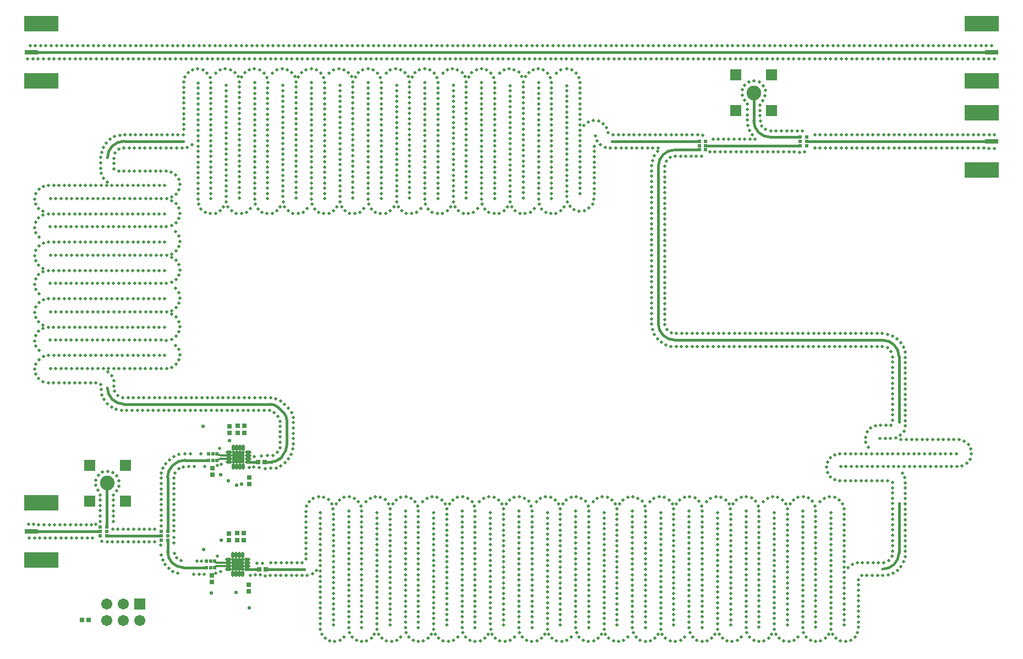
<source format=gts>
G04*
G04 #@! TF.GenerationSoftware,Altium Limited,Altium Designer,20.0.9 (164)*
G04*
G04 Layer_Color=8388736*
%FSLAX25Y25*%
%MOIN*%
G70*
G01*
G75*
%ADD18C,0.01595*%
%ADD19C,0.01595*%
%ADD20C,0.01183*%
%ADD21R,0.08300X0.02800*%
%ADD22R,0.20800X0.09800*%
%ADD23R,0.03162X0.02769*%
%ADD24R,0.02769X0.03162*%
%ADD25O,0.03950X0.01824*%
%ADD26O,0.01824X0.03950*%
%ADD27R,0.07493X0.07493*%
%ADD28R,0.02414X0.02099*%
%ADD29R,0.06706X0.06706*%
%ADD30C,0.08871*%
%ADD31R,0.02099X0.02414*%
%ADD32C,0.06706*%
%ADD33C,0.02000*%
%ADD34C,0.02200*%
%ADD35C,0.02300*%
D18*
X530000Y184600D02*
G03*
X520000Y194600I-10000J0D01*
G01*
X384200Y204600D02*
G03*
X394200Y194600I10000J0D01*
G01*
X60500Y315098D02*
G03*
X50500Y305098I0J-10000D01*
G01*
X50502Y165600D02*
G03*
X60500Y155800I9998J200D01*
G01*
X154200Y153600D02*
G03*
X148889Y155800I-5311J-5311D01*
G01*
X159200Y146000D02*
G03*
X157361Y150438I-6277J0D01*
G01*
X156271Y124171D02*
G03*
X159200Y131242I-7071J7071D01*
G01*
X150072Y120800D02*
G03*
X154900Y122800I0J6828D01*
G01*
X394200Y309902D02*
G03*
X384200Y299902I0J-10000D01*
G01*
X520000Y55800D02*
G03*
X530000Y65800I0J10000D01*
G01*
X86949Y66417D02*
G03*
X96615Y56751I9666J0D01*
G01*
X97438Y121851D02*
G03*
X90367Y118922I0J-10000D01*
G01*
X356100Y315100D02*
X409000Y315098D01*
X469500Y194600D02*
X520000D01*
X394200D02*
X469500D01*
X530000Y145000D02*
Y184600D01*
Y65800D02*
Y95800D01*
X384200Y204600D02*
Y299902D01*
X474000Y314961D02*
X586201D01*
X452000Y317559D02*
X470102D01*
X442000Y327559D02*
Y344500D01*
X412898Y312500D02*
X469965D01*
X154900Y122800D02*
X156271Y124171D01*
X61100Y315098D02*
X96400D01*
X60500Y155800D02*
X148889D01*
X154200Y153600D02*
X157361Y150438D01*
X159200Y131242D02*
Y146000D01*
X145768Y120800D02*
X150072D01*
X135618Y120839D02*
X141738D01*
X394200Y309902D02*
X409000D01*
X146537Y55800D02*
X169700D01*
X135244Y55787D02*
X142587D01*
X96615Y56751D02*
X110402D01*
X97438Y121851D02*
X111702D01*
X86949Y78698D02*
Y111469D01*
X50157Y76142D02*
X83019D01*
X50157Y81339D02*
Y107658D01*
X4350Y78740D02*
X46260D01*
D19*
X442000Y327559D02*
G03*
X452000Y317559I10000J0D01*
G01*
X89722Y118278D02*
G03*
X86949Y111469I6972J-6810D01*
G01*
X4350Y369000D02*
X586201D01*
X86949Y66417D02*
Y73502D01*
D20*
X119206Y122807D02*
G03*
X116898Y121851I0J-3264D01*
G01*
Y125749D02*
G03*
X119248Y124776I2350J2350D01*
G01*
X116603Y57756D02*
G03*
X115598Y56751I0J-1005D01*
G01*
Y60649D02*
G03*
X116523Y59724I924J0D01*
G01*
X119206Y122807D02*
X124161D01*
X119248Y124776D02*
X124161D01*
X116603Y57756D02*
X123787D01*
X116523Y59724D02*
X123787D01*
D21*
X4350Y369000D02*
D03*
X586201D02*
D03*
X4350Y78740D02*
D03*
X586201Y314961D02*
D03*
D22*
X10600Y386400D02*
D03*
Y351600D02*
D03*
X579951D02*
D03*
Y386400D02*
D03*
X10600Y96140D02*
D03*
Y61340D02*
D03*
X579951Y297561D02*
D03*
Y332361D02*
D03*
D23*
X146537Y55800D02*
D03*
X142600D02*
D03*
X38976Y24902D02*
D03*
X35039D02*
D03*
X133369Y138500D02*
D03*
X129431D02*
D03*
X132994Y73449D02*
D03*
X129058D02*
D03*
X145768Y120800D02*
D03*
X141832D02*
D03*
X133369Y142600D02*
D03*
X129431D02*
D03*
X132994Y77549D02*
D03*
X129058D02*
D03*
D24*
X113626Y51886D02*
D03*
Y47949D02*
D03*
X124500Y142437D02*
D03*
Y138500D02*
D03*
X124126Y77386D02*
D03*
Y73449D02*
D03*
X136500Y111437D02*
D03*
Y107500D02*
D03*
X136126Y46386D02*
D03*
Y42449D02*
D03*
X114000Y116937D02*
D03*
Y113000D02*
D03*
D25*
X124161Y126744D02*
D03*
Y124776D02*
D03*
Y122807D02*
D03*
Y120839D02*
D03*
X135618D02*
D03*
Y122807D02*
D03*
Y124776D02*
D03*
Y126744D02*
D03*
X123787Y61693D02*
D03*
Y59724D02*
D03*
Y57756D02*
D03*
Y55787D02*
D03*
X135244D02*
D03*
Y57756D02*
D03*
Y59724D02*
D03*
Y61693D02*
D03*
D26*
X126937Y118063D02*
D03*
X128905D02*
D03*
X130874D02*
D03*
X132843D02*
D03*
Y129520D02*
D03*
X130874D02*
D03*
X128905D02*
D03*
X126937D02*
D03*
X126563Y53012D02*
D03*
X128532D02*
D03*
X130500D02*
D03*
X132468D02*
D03*
Y64468D02*
D03*
X130500D02*
D03*
X128532D02*
D03*
X126563D02*
D03*
D27*
X129890Y123791D02*
D03*
X129516Y58740D02*
D03*
D28*
X114300Y125749D02*
D03*
Y121851D02*
D03*
X111702Y125749D02*
D03*
Y121851D02*
D03*
X116898D02*
D03*
Y125749D02*
D03*
X113000Y60649D02*
D03*
Y56751D02*
D03*
X110402Y60649D02*
D03*
Y56751D02*
D03*
X115598D02*
D03*
Y60649D02*
D03*
D29*
X431173Y333673D02*
D03*
X452827D02*
D03*
Y355327D02*
D03*
X431173D02*
D03*
X39673Y97173D02*
D03*
X61327D02*
D03*
Y118827D02*
D03*
X39673D02*
D03*
X70000Y34800D02*
D03*
D30*
X442000Y344500D02*
D03*
X50500Y108000D02*
D03*
D31*
X86949Y76100D02*
D03*
X83051D02*
D03*
X86949Y78698D02*
D03*
X83051D02*
D03*
Y73502D02*
D03*
X86949D02*
D03*
X50157Y78740D02*
D03*
X46260D02*
D03*
X50157Y81339D02*
D03*
X46260D02*
D03*
Y76142D02*
D03*
X50157D02*
D03*
X409000Y312500D02*
D03*
X412898D02*
D03*
X409000Y309902D02*
D03*
X412898D02*
D03*
Y315098D02*
D03*
X409000D02*
D03*
X470102Y314961D02*
D03*
X474000D02*
D03*
X470102Y312362D02*
D03*
X474000D02*
D03*
Y317559D02*
D03*
X470102D02*
D03*
D32*
X70000Y24800D02*
D03*
X60000Y34800D02*
D03*
Y24800D02*
D03*
X50000Y34800D02*
D03*
Y24800D02*
D03*
D33*
X442935Y316440D02*
D03*
X439735D02*
D03*
X436535D02*
D03*
X433335D02*
D03*
X430135D02*
D03*
X426935D02*
D03*
X423735D02*
D03*
X420535D02*
D03*
X417335D02*
D03*
X415340Y308560D02*
D03*
X418540D02*
D03*
X421740D02*
D03*
X424940D02*
D03*
X428140D02*
D03*
X431340D02*
D03*
X434540D02*
D03*
X437740D02*
D03*
X440940D02*
D03*
X444140D02*
D03*
X447340D02*
D03*
X450540D02*
D03*
X453740D02*
D03*
X456940D02*
D03*
X460140D02*
D03*
X463340D02*
D03*
X466540D02*
D03*
X469737Y308428D02*
D03*
X472800Y308800D02*
D03*
X439098Y351050D02*
D03*
X436532Y349139D02*
D03*
X435059Y346298D02*
D03*
X434960Y343099D02*
D03*
X436283Y340185D02*
D03*
X438060Y337525D02*
D03*
Y334325D02*
D03*
Y331124D02*
D03*
Y327924D02*
D03*
X438357Y324738D02*
D03*
X439356Y321698D02*
D03*
X441026Y318968D02*
D03*
X471566Y321384D02*
D03*
X468368Y321499D02*
D03*
X465168D02*
D03*
X461968D02*
D03*
X458768D02*
D03*
X455568D02*
D03*
X452368D02*
D03*
X449246Y322199D02*
D03*
X446880Y324354D02*
D03*
X445959Y327418D02*
D03*
X445940Y330619D02*
D03*
Y333819D02*
D03*
Y337018D02*
D03*
X447451Y339839D02*
D03*
X448934Y342675D02*
D03*
X449043Y345873D02*
D03*
X447734Y348793D02*
D03*
X445302Y350873D02*
D03*
X442203Y351670D02*
D03*
X587856Y319087D02*
D03*
X584656D02*
D03*
X581461Y318906D02*
D03*
X578261Y318900D02*
D03*
X575061D02*
D03*
X571861D02*
D03*
X568661D02*
D03*
X565461D02*
D03*
X562261D02*
D03*
X559061D02*
D03*
X555861D02*
D03*
X552661D02*
D03*
X549461D02*
D03*
X546261D02*
D03*
X543061D02*
D03*
X539861D02*
D03*
X536661D02*
D03*
X533461D02*
D03*
X530261D02*
D03*
X527061D02*
D03*
X523861D02*
D03*
X520661D02*
D03*
X517461D02*
D03*
X514261D02*
D03*
X511061D02*
D03*
X507861D02*
D03*
X504661D02*
D03*
X501461D02*
D03*
X498261D02*
D03*
X495061D02*
D03*
X491861D02*
D03*
X488661D02*
D03*
X485461D02*
D03*
X482261D02*
D03*
X479061D02*
D03*
X478973Y311021D02*
D03*
X482173D02*
D03*
X485373D02*
D03*
X488573D02*
D03*
X491773D02*
D03*
X494973D02*
D03*
X498173D02*
D03*
X501373D02*
D03*
X504573D02*
D03*
X507773D02*
D03*
X510973D02*
D03*
X514173D02*
D03*
X517373D02*
D03*
X520573D02*
D03*
X523773D02*
D03*
X526973D02*
D03*
X530173D02*
D03*
X533373D02*
D03*
X536573D02*
D03*
X539773D02*
D03*
X542973D02*
D03*
X546173D02*
D03*
X549373D02*
D03*
X552573D02*
D03*
X555773D02*
D03*
X558973D02*
D03*
X562173D02*
D03*
X565373D02*
D03*
X568573D02*
D03*
X571773D02*
D03*
X574973D02*
D03*
X578173D02*
D03*
X581373D02*
D03*
X584568Y310834D02*
D03*
X587768D02*
D03*
X586023Y373127D02*
D03*
X582823D02*
D03*
X579629Y372940D02*
D03*
X576429D02*
D03*
X573229D02*
D03*
X570029D02*
D03*
X566829D02*
D03*
X563629D02*
D03*
X560429D02*
D03*
X557229D02*
D03*
X554029D02*
D03*
X550829D02*
D03*
X547629D02*
D03*
X544429D02*
D03*
X541229D02*
D03*
X538029D02*
D03*
X534829D02*
D03*
X531629D02*
D03*
X528429D02*
D03*
X525229D02*
D03*
X522029D02*
D03*
X518829D02*
D03*
X515629D02*
D03*
X512429D02*
D03*
X509229D02*
D03*
X506029D02*
D03*
X502829D02*
D03*
X499629D02*
D03*
X496429D02*
D03*
X493229D02*
D03*
X490029D02*
D03*
X486829D02*
D03*
X483629D02*
D03*
X480429D02*
D03*
X477229D02*
D03*
X474029D02*
D03*
X470829D02*
D03*
X467629D02*
D03*
X464429D02*
D03*
X461229D02*
D03*
X458029D02*
D03*
X454829D02*
D03*
X451629D02*
D03*
X448429D02*
D03*
X445229D02*
D03*
X442029D02*
D03*
X438829D02*
D03*
X435629D02*
D03*
X432429D02*
D03*
X429229D02*
D03*
X426029D02*
D03*
X422829D02*
D03*
X419629D02*
D03*
X416429D02*
D03*
X413229D02*
D03*
X410029D02*
D03*
X406829D02*
D03*
X403629D02*
D03*
X400429D02*
D03*
X397229D02*
D03*
X394029D02*
D03*
X390829D02*
D03*
X387629D02*
D03*
X384429D02*
D03*
X381229D02*
D03*
X378029D02*
D03*
X374829D02*
D03*
X371629D02*
D03*
X368429D02*
D03*
X365229D02*
D03*
X362029D02*
D03*
X358829D02*
D03*
X355629D02*
D03*
X352429D02*
D03*
X349229D02*
D03*
X346029D02*
D03*
X342829D02*
D03*
X339629D02*
D03*
X336429D02*
D03*
X333229D02*
D03*
X330029D02*
D03*
X326829D02*
D03*
X323629D02*
D03*
X320429D02*
D03*
X317229D02*
D03*
X314029D02*
D03*
X310829D02*
D03*
X307629D02*
D03*
X304429D02*
D03*
X301229D02*
D03*
X298029D02*
D03*
X294829D02*
D03*
X291629D02*
D03*
X288429D02*
D03*
X285229D02*
D03*
X282029D02*
D03*
X278829D02*
D03*
X275629D02*
D03*
X272429D02*
D03*
X269229D02*
D03*
X266029D02*
D03*
X262829D02*
D03*
X259629D02*
D03*
X256429D02*
D03*
X253229D02*
D03*
X250029D02*
D03*
X246829D02*
D03*
X243629D02*
D03*
X240429D02*
D03*
X237229D02*
D03*
X234029D02*
D03*
X230829D02*
D03*
X227629D02*
D03*
X224429D02*
D03*
X221229D02*
D03*
X218029D02*
D03*
X214829D02*
D03*
X211629D02*
D03*
X208429D02*
D03*
X205229D02*
D03*
X202029D02*
D03*
X198829D02*
D03*
X195629D02*
D03*
X192429D02*
D03*
X189229D02*
D03*
X186029D02*
D03*
X182829D02*
D03*
X179629D02*
D03*
X176429D02*
D03*
X173229D02*
D03*
X170029D02*
D03*
X166829D02*
D03*
X163629D02*
D03*
X160429D02*
D03*
X157229D02*
D03*
X154029D02*
D03*
X150829D02*
D03*
X147629D02*
D03*
X144429D02*
D03*
X141229D02*
D03*
X138029D02*
D03*
X134829D02*
D03*
X131629D02*
D03*
X128429D02*
D03*
X125229D02*
D03*
X122029D02*
D03*
X118829D02*
D03*
X115629D02*
D03*
X112429D02*
D03*
X109229D02*
D03*
X106029D02*
D03*
X102829D02*
D03*
X99629D02*
D03*
X96429D02*
D03*
X93229D02*
D03*
X90029D02*
D03*
X86829D02*
D03*
X83629D02*
D03*
X80429D02*
D03*
X77229D02*
D03*
X74029D02*
D03*
X70829D02*
D03*
X67629D02*
D03*
X64429D02*
D03*
X61229D02*
D03*
X58029D02*
D03*
X54829D02*
D03*
X51629D02*
D03*
X48429D02*
D03*
X45229D02*
D03*
X42029D02*
D03*
X38829D02*
D03*
X35629D02*
D03*
X32429D02*
D03*
X29229D02*
D03*
X26029D02*
D03*
X22829D02*
D03*
X19629D02*
D03*
X16429D02*
D03*
X13229D02*
D03*
X10029D02*
D03*
X6834Y373127D02*
D03*
X3634D02*
D03*
X2176Y364873D02*
D03*
X5376D02*
D03*
X8576Y364936D02*
D03*
X11773Y365060D02*
D03*
X14973D02*
D03*
X18173D02*
D03*
X21373D02*
D03*
X24573D02*
D03*
X27773D02*
D03*
X30973D02*
D03*
X34173D02*
D03*
X37373D02*
D03*
X40573D02*
D03*
X43773D02*
D03*
X46973D02*
D03*
X50173D02*
D03*
X53373D02*
D03*
X56573D02*
D03*
X59773D02*
D03*
X62973D02*
D03*
X66173D02*
D03*
X69373D02*
D03*
X72573D02*
D03*
X75773D02*
D03*
X78973D02*
D03*
X82173D02*
D03*
X85373D02*
D03*
X88573D02*
D03*
X91773D02*
D03*
X94973D02*
D03*
X98173D02*
D03*
X101373D02*
D03*
X104573D02*
D03*
X107773D02*
D03*
X110973D02*
D03*
X114173D02*
D03*
X117373D02*
D03*
X120573D02*
D03*
X123773D02*
D03*
X126973D02*
D03*
X130173D02*
D03*
X133373D02*
D03*
X136573D02*
D03*
X139773D02*
D03*
X142973D02*
D03*
X146173D02*
D03*
X149373D02*
D03*
X152573D02*
D03*
X155773D02*
D03*
X158973D02*
D03*
X162173D02*
D03*
X165373D02*
D03*
X168573D02*
D03*
X171773D02*
D03*
X174973D02*
D03*
X178173D02*
D03*
X181373D02*
D03*
X184573D02*
D03*
X187773D02*
D03*
X190973D02*
D03*
X194173D02*
D03*
X197373D02*
D03*
X200573D02*
D03*
X203773D02*
D03*
X206973D02*
D03*
X210173D02*
D03*
X213373D02*
D03*
X216573D02*
D03*
X219773D02*
D03*
X222973D02*
D03*
X226173D02*
D03*
X229373D02*
D03*
X232573D02*
D03*
X235773D02*
D03*
X238973D02*
D03*
X242173D02*
D03*
X245373D02*
D03*
X248573D02*
D03*
X251773D02*
D03*
X254973D02*
D03*
X258173D02*
D03*
X261373D02*
D03*
X264573D02*
D03*
X267773D02*
D03*
X270973D02*
D03*
X274173D02*
D03*
X277373D02*
D03*
X280573D02*
D03*
X283773D02*
D03*
X286973D02*
D03*
X290173D02*
D03*
X293373D02*
D03*
X296573D02*
D03*
X299773D02*
D03*
X302973D02*
D03*
X306173D02*
D03*
X309373D02*
D03*
X312573D02*
D03*
X315773D02*
D03*
X318973D02*
D03*
X322173D02*
D03*
X325373D02*
D03*
X328573D02*
D03*
X331773D02*
D03*
X334973D02*
D03*
X338173D02*
D03*
X341373D02*
D03*
X344573D02*
D03*
X347773D02*
D03*
X350973D02*
D03*
X354173D02*
D03*
X357373D02*
D03*
X360573D02*
D03*
X363773D02*
D03*
X366973D02*
D03*
X370173D02*
D03*
X373373D02*
D03*
X376573D02*
D03*
X379773D02*
D03*
X382973D02*
D03*
X386173D02*
D03*
X389373D02*
D03*
X392573D02*
D03*
X395773D02*
D03*
X398973D02*
D03*
X402173D02*
D03*
X405373D02*
D03*
X408573D02*
D03*
X411773D02*
D03*
X414973D02*
D03*
X418173D02*
D03*
X421373D02*
D03*
X424573D02*
D03*
X427773D02*
D03*
X430973D02*
D03*
X434173D02*
D03*
X437373D02*
D03*
X440573D02*
D03*
X443773D02*
D03*
X446973D02*
D03*
X450173D02*
D03*
X453373D02*
D03*
X456573D02*
D03*
X459773D02*
D03*
X462973D02*
D03*
X466173D02*
D03*
X469373D02*
D03*
X472573D02*
D03*
X475773D02*
D03*
X478973D02*
D03*
X482173D02*
D03*
X485373D02*
D03*
X488573D02*
D03*
X491773D02*
D03*
X494973D02*
D03*
X498173D02*
D03*
X501373D02*
D03*
X504573D02*
D03*
X507773D02*
D03*
X510973D02*
D03*
X514173D02*
D03*
X517373D02*
D03*
X520573D02*
D03*
X523773D02*
D03*
X526973D02*
D03*
X530173D02*
D03*
X533373D02*
D03*
X536573D02*
D03*
X539773D02*
D03*
X542973D02*
D03*
X546173D02*
D03*
X549373D02*
D03*
X552573D02*
D03*
X555773D02*
D03*
X558973D02*
D03*
X562173D02*
D03*
X565373D02*
D03*
X568573D02*
D03*
X571773D02*
D03*
X574973D02*
D03*
X578173D02*
D03*
X581373D02*
D03*
X584568Y364873D02*
D03*
X587768D02*
D03*
X117084Y63832D02*
D03*
X116197Y53479D02*
D03*
X119232Y54493D02*
D03*
X141179Y59375D02*
D03*
X137000Y52100D02*
D03*
X140013Y52352D02*
D03*
X143209Y52193D02*
D03*
X144460Y59317D02*
D03*
X139549Y124142D02*
D03*
X136500Y117300D02*
D03*
X139267Y117600D02*
D03*
X142441Y117193D02*
D03*
X143691Y124317D02*
D03*
X118384Y128931D02*
D03*
X117100Y118700D02*
D03*
X119609Y119411D02*
D03*
X93638Y125259D02*
D03*
X90679Y124040D02*
D03*
X88081Y122171D02*
D03*
X85877Y119851D02*
D03*
X84233Y117106D02*
D03*
X83258Y114058D02*
D03*
X83009Y110868D02*
D03*
Y107668D02*
D03*
Y104468D02*
D03*
Y101268D02*
D03*
Y98068D02*
D03*
Y94868D02*
D03*
Y91668D02*
D03*
Y88468D02*
D03*
Y85268D02*
D03*
Y82068D02*
D03*
X90889Y78986D02*
D03*
Y82186D02*
D03*
Y85386D02*
D03*
Y88586D02*
D03*
Y91786D02*
D03*
Y94986D02*
D03*
Y98186D02*
D03*
Y101386D02*
D03*
Y104586D02*
D03*
Y107786D02*
D03*
Y110986D02*
D03*
X91564Y114114D02*
D03*
X93651Y116539D02*
D03*
X96583Y117822D02*
D03*
X99782Y117911D02*
D03*
X102982D02*
D03*
X109382D02*
D03*
X107173Y125791D02*
D03*
X100773D02*
D03*
X97573D02*
D03*
X47580Y114543D02*
D03*
X45020Y112623D02*
D03*
X43553Y109778D02*
D03*
X43463Y106580D02*
D03*
X44795Y103670D02*
D03*
X46218Y100804D02*
D03*
Y97604D02*
D03*
Y94404D02*
D03*
Y91204D02*
D03*
Y88004D02*
D03*
Y84804D02*
D03*
X54097Y84731D02*
D03*
Y87931D02*
D03*
Y91131D02*
D03*
Y94331D02*
D03*
Y97531D02*
D03*
Y100731D02*
D03*
X55951Y103339D02*
D03*
X57434Y106175D02*
D03*
X57543Y109373D02*
D03*
X56234Y112293D02*
D03*
X53802Y114373D02*
D03*
X50703Y115170D02*
D03*
X79247Y80081D02*
D03*
X76047D02*
D03*
X72847D02*
D03*
X69647D02*
D03*
X66447D02*
D03*
X63247D02*
D03*
X60047D02*
D03*
X56847D02*
D03*
X53647D02*
D03*
X47100Y72800D02*
D03*
X50293Y72202D02*
D03*
X53493D02*
D03*
X56693D02*
D03*
X59893D02*
D03*
X63093D02*
D03*
X66293D02*
D03*
X69493D02*
D03*
X72693D02*
D03*
X75893D02*
D03*
X79093D02*
D03*
X5866Y82867D02*
D03*
X2667D02*
D03*
X3121Y74613D02*
D03*
X6321D02*
D03*
X9516Y74800D02*
D03*
X12716D02*
D03*
X15916D02*
D03*
X19116D02*
D03*
X22316D02*
D03*
X25516D02*
D03*
X28716D02*
D03*
X31916D02*
D03*
X35116D02*
D03*
X38316D02*
D03*
X41516D02*
D03*
X43300Y83000D02*
D03*
X40908Y82680D02*
D03*
X37708D02*
D03*
X34508D02*
D03*
X31308D02*
D03*
X28108D02*
D03*
X24908D02*
D03*
X21708D02*
D03*
X18508D02*
D03*
X15308D02*
D03*
X12108D02*
D03*
X8909Y82760D02*
D03*
X325039Y358284D02*
D03*
X322432Y356428D02*
D03*
X319504Y280228D02*
D03*
Y283428D02*
D03*
Y286628D02*
D03*
Y289828D02*
D03*
Y293028D02*
D03*
Y296228D02*
D03*
Y299428D02*
D03*
Y302628D02*
D03*
Y305828D02*
D03*
Y309028D02*
D03*
Y312228D02*
D03*
Y315428D02*
D03*
Y318628D02*
D03*
Y321828D02*
D03*
Y325028D02*
D03*
Y328228D02*
D03*
Y331428D02*
D03*
Y334628D02*
D03*
Y337828D02*
D03*
Y341028D02*
D03*
Y344228D02*
D03*
Y347428D02*
D03*
X319509Y350628D02*
D03*
X318934Y353775D02*
D03*
X317233Y356486D02*
D03*
X314608Y358316D02*
D03*
X311491Y359040D02*
D03*
X308339Y358487D02*
D03*
X305618Y356803D02*
D03*
X303771Y354190D02*
D03*
X302314Y280758D02*
D03*
Y283958D02*
D03*
Y287158D02*
D03*
Y290358D02*
D03*
Y293558D02*
D03*
Y296758D02*
D03*
Y299958D02*
D03*
Y303158D02*
D03*
Y306358D02*
D03*
Y309558D02*
D03*
Y312758D02*
D03*
Y315958D02*
D03*
Y319158D02*
D03*
Y322358D02*
D03*
Y325558D02*
D03*
Y328758D02*
D03*
Y331958D02*
D03*
Y335158D02*
D03*
Y338358D02*
D03*
Y341558D02*
D03*
Y344758D02*
D03*
Y347958D02*
D03*
X302316Y351158D02*
D03*
X301542Y354263D02*
D03*
X299671Y356859D02*
D03*
X296934Y358517D02*
D03*
X293777Y359040D02*
D03*
X290666Y358287D02*
D03*
X288058Y356433D02*
D03*
X285125Y280235D02*
D03*
Y283435D02*
D03*
Y286635D02*
D03*
Y289835D02*
D03*
Y293035D02*
D03*
Y296235D02*
D03*
Y299435D02*
D03*
Y302635D02*
D03*
Y305835D02*
D03*
Y309035D02*
D03*
Y312235D02*
D03*
Y315435D02*
D03*
Y318635D02*
D03*
Y321835D02*
D03*
Y325035D02*
D03*
Y328235D02*
D03*
Y331435D02*
D03*
Y334635D02*
D03*
Y337835D02*
D03*
Y341035D02*
D03*
Y344235D02*
D03*
Y347435D02*
D03*
X285131Y350635D02*
D03*
X284552Y353782D02*
D03*
X282849Y356491D02*
D03*
X280222Y358319D02*
D03*
X277104Y359040D02*
D03*
X273953Y358484D02*
D03*
X271233Y356798D02*
D03*
X269389Y354183D02*
D03*
X267935Y280751D02*
D03*
Y283951D02*
D03*
Y287151D02*
D03*
Y290351D02*
D03*
Y293551D02*
D03*
Y296751D02*
D03*
Y299951D02*
D03*
Y303151D02*
D03*
Y306351D02*
D03*
Y309551D02*
D03*
Y312751D02*
D03*
Y315951D02*
D03*
Y319151D02*
D03*
Y322351D02*
D03*
Y325551D02*
D03*
Y328751D02*
D03*
Y331951D02*
D03*
Y335151D02*
D03*
Y338351D02*
D03*
Y341551D02*
D03*
Y344751D02*
D03*
Y347951D02*
D03*
X267937Y351151D02*
D03*
X267166Y354256D02*
D03*
X265297Y356854D02*
D03*
X262561Y358514D02*
D03*
X259405Y359040D02*
D03*
X256294Y358290D02*
D03*
X253684Y356438D02*
D03*
X250746Y280241D02*
D03*
Y283441D02*
D03*
Y286642D02*
D03*
Y289842D02*
D03*
Y293041D02*
D03*
Y296241D02*
D03*
Y299442D02*
D03*
Y302642D02*
D03*
Y305841D02*
D03*
Y309042D02*
D03*
Y312242D02*
D03*
Y315441D02*
D03*
Y318641D02*
D03*
Y321842D02*
D03*
Y325042D02*
D03*
Y328241D02*
D03*
Y331441D02*
D03*
Y334642D02*
D03*
Y337842D02*
D03*
Y341041D02*
D03*
Y344241D02*
D03*
Y347442D02*
D03*
X250753Y350641D02*
D03*
X250170Y353788D02*
D03*
X248465Y356496D02*
D03*
X245837Y358321D02*
D03*
X242719Y359040D02*
D03*
X239567Y358482D02*
D03*
X236849Y356793D02*
D03*
X235008Y354176D02*
D03*
X233556Y280743D02*
D03*
Y283943D02*
D03*
Y287143D02*
D03*
Y290343D02*
D03*
Y293543D02*
D03*
Y296743D02*
D03*
Y299943D02*
D03*
Y303143D02*
D03*
Y306343D02*
D03*
Y309543D02*
D03*
Y312743D02*
D03*
Y315943D02*
D03*
Y319143D02*
D03*
Y322343D02*
D03*
Y325543D02*
D03*
Y328743D02*
D03*
Y331943D02*
D03*
Y335143D02*
D03*
Y338343D02*
D03*
Y341543D02*
D03*
Y344743D02*
D03*
Y347943D02*
D03*
X233558Y351143D02*
D03*
X232789Y354250D02*
D03*
X230923Y356849D02*
D03*
X228188Y358511D02*
D03*
X225032Y359040D02*
D03*
X221921Y358292D02*
D03*
X219309Y356443D02*
D03*
X216367Y280248D02*
D03*
Y283448D02*
D03*
Y286648D02*
D03*
Y289848D02*
D03*
Y293048D02*
D03*
Y296248D02*
D03*
Y299448D02*
D03*
Y302648D02*
D03*
Y305848D02*
D03*
Y309048D02*
D03*
Y312248D02*
D03*
Y315448D02*
D03*
Y318648D02*
D03*
Y321848D02*
D03*
Y325048D02*
D03*
Y328248D02*
D03*
Y331448D02*
D03*
Y334648D02*
D03*
Y337848D02*
D03*
Y341048D02*
D03*
Y344248D02*
D03*
Y347448D02*
D03*
X216375Y350648D02*
D03*
X215789Y353794D02*
D03*
X214082Y356500D02*
D03*
X211452Y358324D02*
D03*
X208333Y359040D02*
D03*
X205183Y358479D02*
D03*
X202466Y356788D02*
D03*
X200626Y354170D02*
D03*
X199177Y280737D02*
D03*
Y283937D02*
D03*
Y287137D02*
D03*
Y290337D02*
D03*
Y293537D02*
D03*
Y296737D02*
D03*
Y299937D02*
D03*
Y303137D02*
D03*
Y306337D02*
D03*
Y309537D02*
D03*
Y312737D02*
D03*
Y315937D02*
D03*
Y319137D02*
D03*
Y322337D02*
D03*
Y325537D02*
D03*
Y328737D02*
D03*
Y331937D02*
D03*
Y335137D02*
D03*
Y338337D02*
D03*
Y341537D02*
D03*
Y344737D02*
D03*
Y347937D02*
D03*
X199179Y351137D02*
D03*
X198413Y354244D02*
D03*
X196548Y356844D02*
D03*
X193815Y358509D02*
D03*
X190659Y359040D02*
D03*
X187547Y358295D02*
D03*
X184935Y356447D02*
D03*
X181988Y280254D02*
D03*
Y283454D02*
D03*
Y286654D02*
D03*
Y289854D02*
D03*
Y293054D02*
D03*
Y296254D02*
D03*
Y299454D02*
D03*
Y302654D02*
D03*
Y305854D02*
D03*
Y309054D02*
D03*
Y312254D02*
D03*
Y315454D02*
D03*
Y318654D02*
D03*
Y321854D02*
D03*
Y325054D02*
D03*
Y328254D02*
D03*
Y331454D02*
D03*
Y334654D02*
D03*
Y337854D02*
D03*
Y341054D02*
D03*
Y344254D02*
D03*
Y347454D02*
D03*
X181997Y350654D02*
D03*
X181407Y353799D02*
D03*
X179698Y356505D02*
D03*
X177067Y358326D02*
D03*
X173948Y359040D02*
D03*
X170798Y358477D02*
D03*
X168082Y356784D02*
D03*
X166245Y354165D02*
D03*
X164798Y280731D02*
D03*
Y283931D02*
D03*
Y287131D02*
D03*
Y290331D02*
D03*
Y293531D02*
D03*
Y296731D02*
D03*
Y299931D02*
D03*
Y303131D02*
D03*
Y306331D02*
D03*
Y309531D02*
D03*
Y312731D02*
D03*
Y315931D02*
D03*
Y319131D02*
D03*
Y322331D02*
D03*
Y325531D02*
D03*
Y328731D02*
D03*
Y331931D02*
D03*
Y335131D02*
D03*
Y338331D02*
D03*
Y341531D02*
D03*
Y344731D02*
D03*
Y347931D02*
D03*
X164799Y351131D02*
D03*
X164036Y354238D02*
D03*
X162173Y356840D02*
D03*
X159441Y358507D02*
D03*
X156286Y359040D02*
D03*
X153173Y358297D02*
D03*
X150559Y356451D02*
D03*
X147608Y280259D02*
D03*
Y283459D02*
D03*
Y286659D02*
D03*
Y289859D02*
D03*
Y293059D02*
D03*
Y296259D02*
D03*
Y299459D02*
D03*
Y302659D02*
D03*
Y305859D02*
D03*
Y309059D02*
D03*
Y312259D02*
D03*
Y315459D02*
D03*
Y318659D02*
D03*
Y321859D02*
D03*
Y325059D02*
D03*
Y328259D02*
D03*
Y331459D02*
D03*
Y334659D02*
D03*
Y337859D02*
D03*
Y341059D02*
D03*
Y344259D02*
D03*
Y347459D02*
D03*
X147618Y350659D02*
D03*
X147026Y353804D02*
D03*
X145315Y356508D02*
D03*
X142683Y358328D02*
D03*
X139564Y359041D02*
D03*
X136414Y358475D02*
D03*
X133700Y356781D02*
D03*
X131864Y354160D02*
D03*
X130419Y280725D02*
D03*
Y283925D02*
D03*
Y287125D02*
D03*
Y290325D02*
D03*
Y293525D02*
D03*
Y296725D02*
D03*
Y299925D02*
D03*
Y303125D02*
D03*
Y306325D02*
D03*
Y309525D02*
D03*
Y312725D02*
D03*
Y315925D02*
D03*
Y319125D02*
D03*
Y322325D02*
D03*
Y325525D02*
D03*
Y328725D02*
D03*
Y331925D02*
D03*
Y335125D02*
D03*
Y338325D02*
D03*
Y341525D02*
D03*
Y344725D02*
D03*
Y347925D02*
D03*
X130420Y351125D02*
D03*
X129659Y354233D02*
D03*
X127798Y356836D02*
D03*
X125067Y358505D02*
D03*
X121912Y359040D02*
D03*
X118799Y358299D02*
D03*
X116184Y356455D02*
D03*
X113229Y280264D02*
D03*
Y283464D02*
D03*
Y286664D02*
D03*
Y289864D02*
D03*
Y293064D02*
D03*
Y296264D02*
D03*
Y299464D02*
D03*
Y302664D02*
D03*
Y305864D02*
D03*
Y309064D02*
D03*
Y312264D02*
D03*
Y315464D02*
D03*
Y318664D02*
D03*
Y321864D02*
D03*
Y325064D02*
D03*
Y328264D02*
D03*
Y331464D02*
D03*
Y334664D02*
D03*
Y337864D02*
D03*
Y341064D02*
D03*
Y344264D02*
D03*
Y347464D02*
D03*
X113240Y350664D02*
D03*
X112645Y353808D02*
D03*
X110933Y356512D02*
D03*
X108300Y358330D02*
D03*
X105180Y359042D02*
D03*
X102031Y358473D02*
D03*
X99317Y356777D02*
D03*
X97483Y354155D02*
D03*
X96754Y351039D02*
D03*
X96755Y347839D02*
D03*
Y344639D02*
D03*
Y341439D02*
D03*
Y338239D02*
D03*
Y335039D02*
D03*
Y331839D02*
D03*
Y328639D02*
D03*
Y325439D02*
D03*
Y322239D02*
D03*
X96356Y319064D02*
D03*
X93157Y319038D02*
D03*
X89957D02*
D03*
X86757D02*
D03*
X83557D02*
D03*
X80357D02*
D03*
X77157D02*
D03*
X73957D02*
D03*
X70757D02*
D03*
X67557D02*
D03*
X64357D02*
D03*
X61157D02*
D03*
X57965Y318810D02*
D03*
X54911Y317855D02*
D03*
X52136Y316260D02*
D03*
X49828Y314043D02*
D03*
X48057Y311378D02*
D03*
X46966Y308370D02*
D03*
X46555Y305196D02*
D03*
X46560Y301996D02*
D03*
Y298797D02*
D03*
X46731Y295601D02*
D03*
X48005Y292666D02*
D03*
X50284Y290419D02*
D03*
X85170Y288367D02*
D03*
X81970D02*
D03*
X78770D02*
D03*
X75570D02*
D03*
X72370D02*
D03*
X69170D02*
D03*
X65970D02*
D03*
X62770D02*
D03*
X59570D02*
D03*
X56370D02*
D03*
X53170D02*
D03*
X49970D02*
D03*
X46770D02*
D03*
X43570D02*
D03*
X40370D02*
D03*
X37170D02*
D03*
X33970D02*
D03*
X30770D02*
D03*
X27570D02*
D03*
X24370D02*
D03*
X21170D02*
D03*
X17970D02*
D03*
X14770Y288391D02*
D03*
X11641Y287721D02*
D03*
X8972Y285956D02*
D03*
X7207Y283287D02*
D03*
X6536Y280158D02*
D03*
X7185Y277025D02*
D03*
X8932Y274344D02*
D03*
X11588Y272560D02*
D03*
X85033Y271177D02*
D03*
X81833D02*
D03*
X78633D02*
D03*
X75433D02*
D03*
X72233D02*
D03*
X69033D02*
D03*
X65833D02*
D03*
X62633D02*
D03*
X59433D02*
D03*
X56233D02*
D03*
X53033D02*
D03*
X49833D02*
D03*
X46633D02*
D03*
X43433D02*
D03*
X40233D02*
D03*
X37033D02*
D03*
X33833D02*
D03*
X30633D02*
D03*
X27433D02*
D03*
X24233D02*
D03*
X21033D02*
D03*
X17833D02*
D03*
X14633Y271184D02*
D03*
X11512Y270478D02*
D03*
X8873Y268667D02*
D03*
X7153Y265969D02*
D03*
X6547Y262827D02*
D03*
X7239Y259703D02*
D03*
X9033Y257053D02*
D03*
X85176Y253988D02*
D03*
X81976D02*
D03*
X78776D02*
D03*
X75576D02*
D03*
X72376D02*
D03*
X69176D02*
D03*
X65976D02*
D03*
X62776D02*
D03*
X59576D02*
D03*
X56376D02*
D03*
X53176D02*
D03*
X49976D02*
D03*
X46776D02*
D03*
X43576D02*
D03*
X40376D02*
D03*
X37176D02*
D03*
X33976D02*
D03*
X30776D02*
D03*
X27576D02*
D03*
X24376D02*
D03*
X21176D02*
D03*
X17976D02*
D03*
X14776Y254013D02*
D03*
X11647Y253344D02*
D03*
X8977Y251581D02*
D03*
X7209Y248914D02*
D03*
X6537Y245785D02*
D03*
X7182Y242651D02*
D03*
X8928Y239969D02*
D03*
X11583Y238183D02*
D03*
X85028Y236798D02*
D03*
X81828D02*
D03*
X78628D02*
D03*
X75428D02*
D03*
X72228D02*
D03*
X69028D02*
D03*
X65828D02*
D03*
X62628D02*
D03*
X59428D02*
D03*
X56228D02*
D03*
X53028D02*
D03*
X49828D02*
D03*
X46628D02*
D03*
X43428D02*
D03*
X40228D02*
D03*
X37028D02*
D03*
X33828D02*
D03*
X30628D02*
D03*
X27428D02*
D03*
X24228D02*
D03*
X21028D02*
D03*
X17828D02*
D03*
X14628Y236804D02*
D03*
X11507Y236097D02*
D03*
X8869Y234284D02*
D03*
X7151Y231585D02*
D03*
X6548Y228442D02*
D03*
X7242Y225318D02*
D03*
X9037Y222670D02*
D03*
X85182Y219608D02*
D03*
X81982D02*
D03*
X78782D02*
D03*
X75582D02*
D03*
X72382D02*
D03*
X69182D02*
D03*
X65982D02*
D03*
X62782D02*
D03*
X59582D02*
D03*
X56382D02*
D03*
X53182D02*
D03*
X49982D02*
D03*
X46782D02*
D03*
X43582D02*
D03*
X40382D02*
D03*
X37182D02*
D03*
X33982D02*
D03*
X30782D02*
D03*
X27582D02*
D03*
X24382D02*
D03*
X21182D02*
D03*
X17982D02*
D03*
X14782Y219635D02*
D03*
X11653Y218968D02*
D03*
X8981Y217206D02*
D03*
X7211Y214540D02*
D03*
X6537Y211412D02*
D03*
X7180Y208277D02*
D03*
X8924Y205594D02*
D03*
X11578Y203806D02*
D03*
X85022Y202419D02*
D03*
X81822D02*
D03*
X78622D02*
D03*
X75422D02*
D03*
X72222D02*
D03*
X69022D02*
D03*
X65822D02*
D03*
X62622D02*
D03*
X59422D02*
D03*
X56222D02*
D03*
X53022D02*
D03*
X49822D02*
D03*
X46622D02*
D03*
X43422D02*
D03*
X40222D02*
D03*
X37022D02*
D03*
X33822D02*
D03*
X30622D02*
D03*
X27422D02*
D03*
X24222D02*
D03*
X21022D02*
D03*
X17822D02*
D03*
X14622Y202424D02*
D03*
X11501Y201715D02*
D03*
X8865Y199901D02*
D03*
X7149Y197200D02*
D03*
X6548Y194057D02*
D03*
X7244Y190934D02*
D03*
X9041Y188286D02*
D03*
X85188Y185229D02*
D03*
X81988D02*
D03*
X78788D02*
D03*
X75588D02*
D03*
X72388D02*
D03*
X69188D02*
D03*
X65988D02*
D03*
X62788D02*
D03*
X59588D02*
D03*
X56388D02*
D03*
X53188D02*
D03*
X49988D02*
D03*
X46788D02*
D03*
X43588D02*
D03*
X40388D02*
D03*
X37188D02*
D03*
X33988D02*
D03*
X30788D02*
D03*
X27588D02*
D03*
X24388D02*
D03*
X21188D02*
D03*
X17988D02*
D03*
X14788Y185257D02*
D03*
X11658Y184591D02*
D03*
X8985Y182831D02*
D03*
X7213Y180167D02*
D03*
X6538Y177039D02*
D03*
X7178Y173904D02*
D03*
X8919Y171219D02*
D03*
X11572Y169429D02*
D03*
X14697Y168740D02*
D03*
X17897Y168755D02*
D03*
X21097D02*
D03*
X24297D02*
D03*
X27497D02*
D03*
X30697D02*
D03*
X33897D02*
D03*
X37097D02*
D03*
X40297D02*
D03*
X43497D02*
D03*
X46560Y167830D02*
D03*
X46625Y164630D02*
D03*
X47248Y161491D02*
D03*
X48590Y158586D02*
D03*
X50536Y156046D02*
D03*
X53033Y154045D02*
D03*
X55904Y152632D02*
D03*
X59030Y151948D02*
D03*
X62229Y151860D02*
D03*
X65429D02*
D03*
X68629D02*
D03*
X71829D02*
D03*
X75029D02*
D03*
X78229D02*
D03*
X81429D02*
D03*
X84629D02*
D03*
X87829D02*
D03*
X91029D02*
D03*
X94229D02*
D03*
X97429D02*
D03*
X100629D02*
D03*
X103829D02*
D03*
X107029D02*
D03*
X110229D02*
D03*
X113429D02*
D03*
X116629D02*
D03*
X119829D02*
D03*
X123029D02*
D03*
X126229D02*
D03*
X129429D02*
D03*
X132629D02*
D03*
X135829D02*
D03*
X139029D02*
D03*
X142229D02*
D03*
X145429D02*
D03*
X148629D02*
D03*
X151588Y150641D02*
D03*
X153850Y148378D02*
D03*
X155260Y145505D02*
D03*
Y142305D02*
D03*
Y139105D02*
D03*
Y135905D02*
D03*
Y132705D02*
D03*
X154974Y129518D02*
D03*
X153312Y126784D02*
D03*
X150759Y124854D02*
D03*
X147559Y124831D02*
D03*
X146256Y116689D02*
D03*
X149452Y116860D02*
D03*
X152637Y117170D02*
D03*
X155595Y118389D02*
D03*
X158079Y120407D02*
D03*
X160258Y122750D02*
D03*
X161893Y125501D02*
D03*
X162873Y128547D02*
D03*
X163140Y131736D02*
D03*
Y134936D02*
D03*
Y138136D02*
D03*
Y141336D02*
D03*
Y144536D02*
D03*
X162997Y147733D02*
D03*
X161948Y150756D02*
D03*
X160044Y153328D02*
D03*
X157781Y155590D02*
D03*
X155393Y157721D02*
D03*
X152523Y159136D02*
D03*
X149379Y159731D02*
D03*
X146179Y159740D02*
D03*
X142979D02*
D03*
X139779D02*
D03*
X136579D02*
D03*
X133379D02*
D03*
X130179D02*
D03*
X126979D02*
D03*
X123779D02*
D03*
X120579D02*
D03*
X117379D02*
D03*
X114179D02*
D03*
X110979D02*
D03*
X107779D02*
D03*
X104579D02*
D03*
X101379D02*
D03*
X98179D02*
D03*
X94979D02*
D03*
X91779D02*
D03*
X88579D02*
D03*
X85379D02*
D03*
X82179D02*
D03*
X78979D02*
D03*
X75779D02*
D03*
X72579D02*
D03*
X69379D02*
D03*
X66179D02*
D03*
X62979D02*
D03*
X59780Y159816D02*
D03*
X56818Y161027D02*
D03*
X54879Y163572D02*
D03*
X54440Y166742D02*
D03*
X54292Y169938D02*
D03*
X53103Y172909D02*
D03*
X50857Y175189D02*
D03*
X16008Y177350D02*
D03*
X19208D02*
D03*
X22408D02*
D03*
X25608D02*
D03*
X28808D02*
D03*
X32008D02*
D03*
X35208D02*
D03*
X38408D02*
D03*
X41608D02*
D03*
X44808D02*
D03*
X48008D02*
D03*
X51208D02*
D03*
X54408D02*
D03*
X57608D02*
D03*
X60808D02*
D03*
X64008D02*
D03*
X67208D02*
D03*
X70408D02*
D03*
X73608D02*
D03*
X76808D02*
D03*
X80008D02*
D03*
X83208D02*
D03*
X86408Y177348D02*
D03*
X89526Y178065D02*
D03*
X92156Y179889D02*
D03*
X93862Y182596D02*
D03*
X94448Y185742D02*
D03*
X93744Y188864D02*
D03*
X91937Y191504D02*
D03*
X15780Y194539D02*
D03*
X18981D02*
D03*
X22181D02*
D03*
X25381D02*
D03*
X28580D02*
D03*
X31780D02*
D03*
X34980D02*
D03*
X38181D02*
D03*
X41381D02*
D03*
X44581D02*
D03*
X47780D02*
D03*
X50981D02*
D03*
X54181D02*
D03*
X57380D02*
D03*
X60580D02*
D03*
X63780D02*
D03*
X66980D02*
D03*
X70180D02*
D03*
X73381D02*
D03*
X76581D02*
D03*
X79781D02*
D03*
X82981D02*
D03*
X86180Y194514D02*
D03*
X89313Y195166D02*
D03*
X91993Y196915D02*
D03*
X93775Y199573D02*
D03*
X94458Y202699D02*
D03*
X93833Y205838D02*
D03*
X92102Y208529D02*
D03*
X89455Y210328D02*
D03*
X16013Y211729D02*
D03*
X19213D02*
D03*
X22413D02*
D03*
X25613D02*
D03*
X28813D02*
D03*
X32013D02*
D03*
X35213D02*
D03*
X38413D02*
D03*
X41613D02*
D03*
X44813D02*
D03*
X48013D02*
D03*
X51213D02*
D03*
X54413D02*
D03*
X57613D02*
D03*
X60813D02*
D03*
X64013D02*
D03*
X67213D02*
D03*
X70413D02*
D03*
X73613D02*
D03*
X76813D02*
D03*
X80013D02*
D03*
X83213D02*
D03*
X86413Y211727D02*
D03*
X89531Y212446D02*
D03*
X92159Y214272D02*
D03*
X93865Y216980D02*
D03*
X94447Y220126D02*
D03*
X93742Y223248D02*
D03*
X91933Y225887D02*
D03*
X15775Y228919D02*
D03*
X18975D02*
D03*
X22175D02*
D03*
X25375D02*
D03*
X28575D02*
D03*
X31775D02*
D03*
X34975D02*
D03*
X38175D02*
D03*
X41375D02*
D03*
X44575D02*
D03*
X47775D02*
D03*
X50975D02*
D03*
X54175D02*
D03*
X57375D02*
D03*
X60575D02*
D03*
X63775D02*
D03*
X66975D02*
D03*
X70175D02*
D03*
X73375D02*
D03*
X76575D02*
D03*
X79775D02*
D03*
X82975D02*
D03*
X86175Y228894D02*
D03*
X89308Y229543D02*
D03*
X91989Y231291D02*
D03*
X93773Y233947D02*
D03*
X94457Y237073D02*
D03*
X93835Y240212D02*
D03*
X92105Y242904D02*
D03*
X89460Y244705D02*
D03*
X16018Y246108D02*
D03*
X19218D02*
D03*
X22418D02*
D03*
X25618D02*
D03*
X28818D02*
D03*
X32018D02*
D03*
X35218D02*
D03*
X38418D02*
D03*
X41618D02*
D03*
X44818D02*
D03*
X48018D02*
D03*
X51218D02*
D03*
X54418D02*
D03*
X57618D02*
D03*
X60818D02*
D03*
X64018D02*
D03*
X67218D02*
D03*
X70418D02*
D03*
X73618D02*
D03*
X76818D02*
D03*
X80018D02*
D03*
X83218D02*
D03*
X86418Y246106D02*
D03*
X89536Y246827D02*
D03*
X92163Y248654D02*
D03*
X93866Y251363D02*
D03*
X94446Y254510D02*
D03*
X93740Y257631D02*
D03*
X91930Y260270D02*
D03*
X15770Y263298D02*
D03*
X18970D02*
D03*
X22170D02*
D03*
X25370D02*
D03*
X28570D02*
D03*
X31770D02*
D03*
X34970D02*
D03*
X38170D02*
D03*
X41370D02*
D03*
X44570D02*
D03*
X47770D02*
D03*
X50970D02*
D03*
X54170D02*
D03*
X57370D02*
D03*
X60570D02*
D03*
X63770D02*
D03*
X66970D02*
D03*
X70170D02*
D03*
X73370D02*
D03*
X76570D02*
D03*
X79770D02*
D03*
X82970D02*
D03*
X86170Y263274D02*
D03*
X89304Y263920D02*
D03*
X91985Y265666D02*
D03*
X93771Y268322D02*
D03*
X94457Y271448D02*
D03*
X93837Y274587D02*
D03*
X92109Y277280D02*
D03*
X89464Y279082D02*
D03*
X16023Y280487D02*
D03*
X19223D02*
D03*
X22423D02*
D03*
X25623D02*
D03*
X28823D02*
D03*
X32023D02*
D03*
X35223D02*
D03*
X38423D02*
D03*
X41623D02*
D03*
X44823D02*
D03*
X48023D02*
D03*
X51223D02*
D03*
X54423D02*
D03*
X57623D02*
D03*
X60823D02*
D03*
X64023D02*
D03*
X67223D02*
D03*
X70423D02*
D03*
X73623D02*
D03*
X76823D02*
D03*
X80023D02*
D03*
X83223D02*
D03*
X86423Y280486D02*
D03*
X89540Y281208D02*
D03*
X92166Y283036D02*
D03*
X93868Y285746D02*
D03*
X94446Y288894D02*
D03*
X93739Y292015D02*
D03*
X91926Y294652D02*
D03*
X89227Y296371D02*
D03*
X86084Y296974D02*
D03*
X82884Y296961D02*
D03*
X79684D02*
D03*
X76484D02*
D03*
X73284D02*
D03*
X70084D02*
D03*
X66884D02*
D03*
X63684D02*
D03*
X60484D02*
D03*
X57284D02*
D03*
X54440Y298427D02*
D03*
Y301627D02*
D03*
Y304827D02*
D03*
X55186Y307939D02*
D03*
X57383Y310265D02*
D03*
X60459Y311149D02*
D03*
X63659Y311159D02*
D03*
X66859D02*
D03*
X70059D02*
D03*
X73259D02*
D03*
X76459D02*
D03*
X79659D02*
D03*
X82859D02*
D03*
X86059D02*
D03*
X89259D02*
D03*
X92459D02*
D03*
X95659D02*
D03*
X98838Y311520D02*
D03*
X101644Y313059D02*
D03*
X105350Y350517D02*
D03*
Y347317D02*
D03*
Y344117D02*
D03*
Y340917D02*
D03*
Y337717D02*
D03*
Y334517D02*
D03*
Y331317D02*
D03*
Y328117D02*
D03*
Y324917D02*
D03*
Y321717D02*
D03*
Y318517D02*
D03*
Y315317D02*
D03*
Y312117D02*
D03*
Y308917D02*
D03*
Y305717D02*
D03*
Y302517D02*
D03*
Y299317D02*
D03*
Y296117D02*
D03*
Y292917D02*
D03*
Y289717D02*
D03*
Y286517D02*
D03*
Y283317D02*
D03*
Y280117D02*
D03*
X105716Y276938D02*
D03*
X107261Y274135D02*
D03*
X109735Y272106D02*
D03*
X112806Y271206D02*
D03*
X115992Y271511D02*
D03*
X118805Y273036D02*
D03*
X120850Y275498D02*
D03*
X122539Y348881D02*
D03*
Y345681D02*
D03*
Y342481D02*
D03*
Y339281D02*
D03*
Y336081D02*
D03*
Y332881D02*
D03*
Y329681D02*
D03*
Y326481D02*
D03*
Y323281D02*
D03*
Y320081D02*
D03*
Y316881D02*
D03*
Y313681D02*
D03*
Y310481D02*
D03*
Y307281D02*
D03*
Y304081D02*
D03*
Y300881D02*
D03*
Y297681D02*
D03*
Y294481D02*
D03*
Y291281D02*
D03*
Y288081D02*
D03*
Y284881D02*
D03*
Y281681D02*
D03*
X122604Y278482D02*
D03*
X123555Y275426D02*
D03*
X125625Y272986D02*
D03*
X128453Y271489D02*
D03*
X131642Y271217D02*
D03*
X134703Y272149D02*
D03*
X137156Y274204D02*
D03*
X139729Y350524D02*
D03*
Y347324D02*
D03*
Y344124D02*
D03*
Y340924D02*
D03*
Y337724D02*
D03*
Y334524D02*
D03*
Y331324D02*
D03*
Y328124D02*
D03*
Y324924D02*
D03*
Y321724D02*
D03*
Y318524D02*
D03*
Y315324D02*
D03*
Y312124D02*
D03*
Y308924D02*
D03*
Y305724D02*
D03*
Y302524D02*
D03*
Y299324D02*
D03*
Y296124D02*
D03*
Y292924D02*
D03*
Y289724D02*
D03*
Y286524D02*
D03*
Y283324D02*
D03*
Y280124D02*
D03*
X140094Y276945D02*
D03*
X141635Y274141D02*
D03*
X144108Y272110D02*
D03*
X147178Y271207D02*
D03*
X150364Y271509D02*
D03*
X153178Y273032D02*
D03*
X155225Y275492D02*
D03*
X156919Y348874D02*
D03*
Y345674D02*
D03*
Y342475D02*
D03*
Y339275D02*
D03*
Y336074D02*
D03*
Y332874D02*
D03*
Y329675D02*
D03*
Y326474D02*
D03*
Y323274D02*
D03*
Y320075D02*
D03*
Y316875D02*
D03*
Y313674D02*
D03*
Y310474D02*
D03*
Y307275D02*
D03*
Y304075D02*
D03*
Y300874D02*
D03*
Y297674D02*
D03*
Y294475D02*
D03*
Y291274D02*
D03*
Y288074D02*
D03*
Y284875D02*
D03*
Y281675D02*
D03*
X156984Y278475D02*
D03*
X157938Y275420D02*
D03*
X160009Y272982D02*
D03*
X162839Y271487D02*
D03*
X166028Y271218D02*
D03*
X169088Y272153D02*
D03*
X171539Y274210D02*
D03*
X174108Y350531D02*
D03*
Y347331D02*
D03*
Y344131D02*
D03*
Y340931D02*
D03*
Y337731D02*
D03*
Y334531D02*
D03*
Y331331D02*
D03*
Y328131D02*
D03*
Y324931D02*
D03*
Y321731D02*
D03*
Y318531D02*
D03*
Y315331D02*
D03*
Y312131D02*
D03*
Y308931D02*
D03*
Y305731D02*
D03*
Y302531D02*
D03*
Y299331D02*
D03*
Y296131D02*
D03*
Y292931D02*
D03*
Y289731D02*
D03*
Y286531D02*
D03*
Y283331D02*
D03*
Y280131D02*
D03*
X174471Y276952D02*
D03*
X176010Y274146D02*
D03*
X178481Y272113D02*
D03*
X181551Y271208D02*
D03*
X184737Y271507D02*
D03*
X187552Y273028D02*
D03*
X189601Y275486D02*
D03*
X191297Y348868D02*
D03*
Y345668D02*
D03*
Y342468D02*
D03*
Y339268D02*
D03*
Y336068D02*
D03*
Y332868D02*
D03*
Y329668D02*
D03*
Y326468D02*
D03*
Y323268D02*
D03*
Y320068D02*
D03*
Y316868D02*
D03*
Y313668D02*
D03*
Y310468D02*
D03*
Y307268D02*
D03*
Y304068D02*
D03*
Y300868D02*
D03*
Y297668D02*
D03*
Y294468D02*
D03*
Y291268D02*
D03*
Y288068D02*
D03*
Y284868D02*
D03*
Y281668D02*
D03*
X191364Y278469D02*
D03*
X192320Y275415D02*
D03*
X194394Y272978D02*
D03*
X197224Y271485D02*
D03*
X200413Y271219D02*
D03*
X203473Y272156D02*
D03*
X205923Y274215D02*
D03*
X208487Y350538D02*
D03*
Y347338D02*
D03*
Y344138D02*
D03*
Y340938D02*
D03*
Y337738D02*
D03*
Y334538D02*
D03*
Y331338D02*
D03*
Y328138D02*
D03*
Y324938D02*
D03*
Y321738D02*
D03*
Y318538D02*
D03*
Y315338D02*
D03*
Y312138D02*
D03*
Y308938D02*
D03*
Y305738D02*
D03*
Y302538D02*
D03*
Y299338D02*
D03*
Y296138D02*
D03*
Y292938D02*
D03*
Y289738D02*
D03*
Y286538D02*
D03*
Y283338D02*
D03*
Y280138D02*
D03*
X208848Y276958D02*
D03*
X210385Y274152D02*
D03*
X212855Y272117D02*
D03*
X215923Y271209D02*
D03*
X219109Y271505D02*
D03*
X221926Y273024D02*
D03*
X223977Y275481D02*
D03*
X225677Y348862D02*
D03*
Y345662D02*
D03*
Y342462D02*
D03*
Y339262D02*
D03*
Y336062D02*
D03*
Y332862D02*
D03*
Y329662D02*
D03*
Y326462D02*
D03*
Y323262D02*
D03*
Y320062D02*
D03*
Y316862D02*
D03*
Y313662D02*
D03*
Y310462D02*
D03*
Y307262D02*
D03*
Y304062D02*
D03*
Y300862D02*
D03*
Y297662D02*
D03*
Y294462D02*
D03*
Y291262D02*
D03*
Y288062D02*
D03*
Y284862D02*
D03*
Y281662D02*
D03*
X225744Y278463D02*
D03*
X226702Y275409D02*
D03*
X228778Y272974D02*
D03*
X231610Y271484D02*
D03*
X234799Y271220D02*
D03*
X237858Y272160D02*
D03*
X240306Y274221D02*
D03*
X242866Y350545D02*
D03*
Y347345D02*
D03*
Y344145D02*
D03*
Y340945D02*
D03*
Y337745D02*
D03*
Y334545D02*
D03*
Y331345D02*
D03*
Y328145D02*
D03*
Y324945D02*
D03*
Y321745D02*
D03*
Y318545D02*
D03*
Y315345D02*
D03*
Y312145D02*
D03*
Y308945D02*
D03*
Y305745D02*
D03*
Y302545D02*
D03*
Y299345D02*
D03*
Y296145D02*
D03*
Y292945D02*
D03*
Y289745D02*
D03*
Y286545D02*
D03*
Y283345D02*
D03*
Y280145D02*
D03*
X243225Y276965D02*
D03*
X244760Y274157D02*
D03*
X247228Y272120D02*
D03*
X250296Y271210D02*
D03*
X253482Y271504D02*
D03*
X256300Y273021D02*
D03*
X258353Y275475D02*
D03*
X260056Y348856D02*
D03*
Y345656D02*
D03*
Y342456D02*
D03*
Y339256D02*
D03*
Y336056D02*
D03*
Y332856D02*
D03*
Y329656D02*
D03*
Y326456D02*
D03*
Y323256D02*
D03*
Y320056D02*
D03*
Y316856D02*
D03*
Y313656D02*
D03*
Y310456D02*
D03*
Y307256D02*
D03*
Y304056D02*
D03*
Y300856D02*
D03*
Y297656D02*
D03*
Y294456D02*
D03*
Y291256D02*
D03*
Y288056D02*
D03*
Y284856D02*
D03*
Y281656D02*
D03*
X260124Y278456D02*
D03*
X261084Y275404D02*
D03*
X263162Y272970D02*
D03*
X265995Y271482D02*
D03*
X269184Y271221D02*
D03*
X272242Y272163D02*
D03*
X274689Y274226D02*
D03*
X277245Y350551D02*
D03*
Y347351D02*
D03*
Y344151D02*
D03*
Y340951D02*
D03*
Y337751D02*
D03*
Y334551D02*
D03*
Y331351D02*
D03*
Y328151D02*
D03*
Y324951D02*
D03*
Y321751D02*
D03*
Y318551D02*
D03*
Y315351D02*
D03*
Y312151D02*
D03*
Y308951D02*
D03*
Y305751D02*
D03*
Y302551D02*
D03*
Y299351D02*
D03*
Y296151D02*
D03*
Y292951D02*
D03*
Y289751D02*
D03*
Y286551D02*
D03*
Y283351D02*
D03*
Y280151D02*
D03*
X277603Y276971D02*
D03*
X279135Y274162D02*
D03*
X281602Y272123D02*
D03*
X284669Y271211D02*
D03*
X287855Y271502D02*
D03*
X290674Y273017D02*
D03*
X292729Y275470D02*
D03*
X294435Y348850D02*
D03*
Y345650D02*
D03*
Y342450D02*
D03*
Y339250D02*
D03*
Y336050D02*
D03*
Y332850D02*
D03*
Y329650D02*
D03*
Y326450D02*
D03*
Y323250D02*
D03*
Y320050D02*
D03*
Y316850D02*
D03*
Y313650D02*
D03*
Y310450D02*
D03*
Y307250D02*
D03*
Y304050D02*
D03*
Y300850D02*
D03*
Y297650D02*
D03*
Y294450D02*
D03*
Y291250D02*
D03*
Y288050D02*
D03*
Y284850D02*
D03*
Y281650D02*
D03*
X294504Y278450D02*
D03*
X295466Y275399D02*
D03*
X297546Y272966D02*
D03*
X300380Y271481D02*
D03*
X303569Y271221D02*
D03*
X306627Y272166D02*
D03*
X309072Y274231D02*
D03*
X311624Y350557D02*
D03*
Y347357D02*
D03*
Y344157D02*
D03*
Y340957D02*
D03*
Y337757D02*
D03*
Y334557D02*
D03*
Y331357D02*
D03*
Y328157D02*
D03*
Y324957D02*
D03*
Y321757D02*
D03*
Y318557D02*
D03*
Y315357D02*
D03*
Y312157D02*
D03*
Y308957D02*
D03*
Y305757D02*
D03*
Y302557D02*
D03*
Y299357D02*
D03*
Y296157D02*
D03*
Y292957D02*
D03*
Y289757D02*
D03*
Y286557D02*
D03*
Y283357D02*
D03*
Y280157D02*
D03*
X311980Y276977D02*
D03*
X313511Y274167D02*
D03*
X315975Y272126D02*
D03*
X319042Y271211D02*
D03*
X322229Y271501D02*
D03*
X325049Y273013D02*
D03*
X327105Y275465D02*
D03*
X328814Y348844D02*
D03*
Y345644D02*
D03*
Y342444D02*
D03*
Y339244D02*
D03*
Y336044D02*
D03*
Y332844D02*
D03*
Y329644D02*
D03*
Y326444D02*
D03*
Y323244D02*
D03*
Y320044D02*
D03*
Y316844D02*
D03*
Y313644D02*
D03*
Y310444D02*
D03*
Y307244D02*
D03*
Y304044D02*
D03*
Y300844D02*
D03*
Y297644D02*
D03*
Y294444D02*
D03*
Y291244D02*
D03*
Y288044D02*
D03*
Y284844D02*
D03*
Y281644D02*
D03*
X329177Y278465D02*
D03*
X330718Y275660D02*
D03*
X333190Y273628D02*
D03*
X336260Y272724D02*
D03*
X339445Y273024D02*
D03*
X342260Y274546D02*
D03*
X344308Y277005D02*
D03*
X345232Y280068D02*
D03*
X345288Y283268D02*
D03*
Y286468D02*
D03*
Y289668D02*
D03*
Y292868D02*
D03*
Y296068D02*
D03*
Y299268D02*
D03*
Y302468D02*
D03*
Y305668D02*
D03*
Y308868D02*
D03*
Y312068D02*
D03*
X346083Y318368D02*
D03*
X347077Y315326D02*
D03*
X349181Y312915D02*
D03*
X352031Y311459D02*
D03*
X355217Y311159D02*
D03*
X358417D02*
D03*
X361617D02*
D03*
X364817D02*
D03*
X368017D02*
D03*
X371217D02*
D03*
X374417D02*
D03*
X377617D02*
D03*
X380817D02*
D03*
X384017D02*
D03*
X411121Y318652D02*
D03*
X407944Y319038D02*
D03*
X404744D02*
D03*
X401544D02*
D03*
X398344D02*
D03*
X395144D02*
D03*
X391944D02*
D03*
X388744D02*
D03*
X385544D02*
D03*
X382344D02*
D03*
X379144D02*
D03*
X375944D02*
D03*
X372744D02*
D03*
X369544D02*
D03*
X366344D02*
D03*
X363144D02*
D03*
X359944D02*
D03*
X356744D02*
D03*
X353816Y320328D02*
D03*
X352858Y323381D02*
D03*
X350783Y325817D02*
D03*
X347951Y327308D02*
D03*
X344762Y327572D02*
D03*
X341703Y326633D02*
D03*
X339255Y324572D02*
D03*
X336693Y283448D02*
D03*
Y286648D02*
D03*
Y289848D02*
D03*
Y293048D02*
D03*
Y296248D02*
D03*
Y299448D02*
D03*
Y302648D02*
D03*
Y305848D02*
D03*
Y309048D02*
D03*
Y312248D02*
D03*
Y315448D02*
D03*
Y318648D02*
D03*
Y321848D02*
D03*
Y325048D02*
D03*
Y328248D02*
D03*
Y331448D02*
D03*
Y334648D02*
D03*
Y337848D02*
D03*
Y341048D02*
D03*
Y344248D02*
D03*
Y347448D02*
D03*
X336702Y350648D02*
D03*
X336115Y353794D02*
D03*
X334408Y356501D02*
D03*
X331778Y358324D02*
D03*
X328659Y359040D02*
D03*
X82800Y70400D02*
D03*
X83139Y64491D02*
D03*
X83982Y61404D02*
D03*
X85486Y58579D02*
D03*
X87638Y56212D02*
D03*
X90262Y54379D02*
D03*
X93255Y53247D02*
D03*
X102825Y52811D02*
D03*
X106025D02*
D03*
X109225D02*
D03*
X107300Y60800D02*
D03*
X104740Y60691D02*
D03*
X95147Y60914D02*
D03*
X92409Y62570D02*
D03*
X90992Y65439D02*
D03*
X90889Y71837D02*
D03*
X90631Y75027D02*
D03*
X383723Y309075D02*
D03*
X381885Y306455D02*
D03*
X380736Y303468D02*
D03*
X380264Y300304D02*
D03*
X380260Y297104D02*
D03*
Y293903D02*
D03*
Y290704D02*
D03*
Y287504D02*
D03*
Y284303D02*
D03*
Y281103D02*
D03*
Y277904D02*
D03*
Y274704D02*
D03*
Y271503D02*
D03*
Y268303D02*
D03*
Y265104D02*
D03*
Y261904D02*
D03*
Y258703D02*
D03*
Y255504D02*
D03*
Y252304D02*
D03*
Y249103D02*
D03*
Y245903D02*
D03*
Y242704D02*
D03*
Y239504D02*
D03*
Y236303D02*
D03*
Y233103D02*
D03*
Y229904D02*
D03*
Y226704D02*
D03*
Y223503D02*
D03*
Y220304D02*
D03*
Y217104D02*
D03*
Y213903D02*
D03*
Y210703D02*
D03*
Y207504D02*
D03*
X380256Y204304D02*
D03*
X380712Y201136D02*
D03*
X381842Y198142D02*
D03*
X383656Y195506D02*
D03*
X386003Y193331D02*
D03*
X388795Y191768D02*
D03*
X391862Y190853D02*
D03*
X395056Y190660D02*
D03*
X398256D02*
D03*
X401456D02*
D03*
X404656D02*
D03*
X407856D02*
D03*
X411056D02*
D03*
X414256D02*
D03*
X417456D02*
D03*
X420656D02*
D03*
X423856D02*
D03*
X427056D02*
D03*
X430256D02*
D03*
X433456D02*
D03*
X436656D02*
D03*
X439856D02*
D03*
X443056D02*
D03*
X446256D02*
D03*
X449456D02*
D03*
X452656D02*
D03*
X455856D02*
D03*
X459056D02*
D03*
X462256D02*
D03*
X465456D02*
D03*
X468656D02*
D03*
X471856D02*
D03*
X475056D02*
D03*
X478256D02*
D03*
X481456D02*
D03*
X484656D02*
D03*
X487856D02*
D03*
X491056D02*
D03*
X494256D02*
D03*
X497456D02*
D03*
X500656D02*
D03*
X503856D02*
D03*
X507056D02*
D03*
X510256D02*
D03*
X513456D02*
D03*
X516656D02*
D03*
X519856D02*
D03*
X522953Y189855D02*
D03*
X525227Y187604D02*
D03*
X526060Y184514D02*
D03*
Y181314D02*
D03*
Y178114D02*
D03*
Y174914D02*
D03*
Y171714D02*
D03*
Y168514D02*
D03*
Y165314D02*
D03*
Y162114D02*
D03*
Y158914D02*
D03*
Y155714D02*
D03*
Y152514D02*
D03*
Y149314D02*
D03*
Y146114D02*
D03*
X525248Y143019D02*
D03*
X522048D02*
D03*
X518848D02*
D03*
X515661Y142726D02*
D03*
X512807Y141279D02*
D03*
X510695Y138874D02*
D03*
X509692Y135836D02*
D03*
X509890Y132642D02*
D03*
X511321Y129780D02*
D03*
X564664Y125829D02*
D03*
X561464D02*
D03*
X558264D02*
D03*
X555064D02*
D03*
X551864D02*
D03*
X548664D02*
D03*
X545464D02*
D03*
X542264D02*
D03*
X539064D02*
D03*
X535864D02*
D03*
X532664D02*
D03*
X529464D02*
D03*
X526264D02*
D03*
X523064D02*
D03*
X519864D02*
D03*
X516664D02*
D03*
X513464D02*
D03*
X510264D02*
D03*
X507064D02*
D03*
X503864D02*
D03*
X500664D02*
D03*
X497464D02*
D03*
X494264Y125853D02*
D03*
X491135Y125181D02*
D03*
X488468Y123414D02*
D03*
X486704Y120744D02*
D03*
X486035Y117615D02*
D03*
X486687Y114482D02*
D03*
X488436Y111802D02*
D03*
X491094Y110020D02*
D03*
X494220Y109337D02*
D03*
X497420Y109355D02*
D03*
X500620D02*
D03*
X503820D02*
D03*
X507020D02*
D03*
X510220D02*
D03*
X513420D02*
D03*
X516620D02*
D03*
X519820D02*
D03*
X523020D02*
D03*
X526060Y108356D02*
D03*
Y105156D02*
D03*
Y101956D02*
D03*
Y98756D02*
D03*
Y95556D02*
D03*
Y92356D02*
D03*
Y89156D02*
D03*
Y85956D02*
D03*
Y82756D02*
D03*
Y79556D02*
D03*
Y76356D02*
D03*
Y73156D02*
D03*
Y69956D02*
D03*
Y66756D02*
D03*
X525625Y63586D02*
D03*
X523693Y61035D02*
D03*
X520733Y59817D02*
D03*
X517534Y59740D02*
D03*
X514334D02*
D03*
X511134D02*
D03*
X507934D02*
D03*
X504735Y59669D02*
D03*
X501685Y58701D02*
D03*
X499256Y56618D02*
D03*
X496741Y21879D02*
D03*
Y25079D02*
D03*
Y28279D02*
D03*
Y31479D02*
D03*
Y34679D02*
D03*
Y37879D02*
D03*
Y41079D02*
D03*
Y44279D02*
D03*
Y47479D02*
D03*
Y50679D02*
D03*
Y53879D02*
D03*
Y57079D02*
D03*
Y60279D02*
D03*
Y63479D02*
D03*
Y66679D02*
D03*
Y69879D02*
D03*
Y73079D02*
D03*
Y76279D02*
D03*
Y79479D02*
D03*
Y82679D02*
D03*
Y85879D02*
D03*
Y89079D02*
D03*
X496694Y92278D02*
D03*
X495796Y95350D02*
D03*
X493769Y97826D02*
D03*
X490967Y99372D02*
D03*
X487784Y99700D02*
D03*
X484707Y98824D02*
D03*
X482216Y96814D02*
D03*
X479552Y20527D02*
D03*
Y23728D02*
D03*
Y26928D02*
D03*
Y30128D02*
D03*
Y33327D02*
D03*
Y36527D02*
D03*
Y39728D02*
D03*
Y42928D02*
D03*
Y46128D02*
D03*
Y49327D02*
D03*
Y52527D02*
D03*
Y55727D02*
D03*
Y58928D02*
D03*
Y62128D02*
D03*
Y65328D02*
D03*
Y68528D02*
D03*
Y71728D02*
D03*
Y74928D02*
D03*
Y78127D02*
D03*
Y81327D02*
D03*
Y84527D02*
D03*
Y87727D02*
D03*
Y90927D02*
D03*
X479137Y94101D02*
D03*
X477551Y96880D02*
D03*
X475037Y98860D02*
D03*
X471952Y99711D02*
D03*
X468773Y99349D02*
D03*
X465986Y97777D02*
D03*
X463983Y95281D02*
D03*
X462362Y21883D02*
D03*
Y25083D02*
D03*
Y28283D02*
D03*
Y31483D02*
D03*
Y34683D02*
D03*
Y37883D02*
D03*
Y41083D02*
D03*
Y44283D02*
D03*
Y47483D02*
D03*
Y50683D02*
D03*
Y53883D02*
D03*
Y57083D02*
D03*
Y60283D02*
D03*
Y63483D02*
D03*
Y66683D02*
D03*
Y69883D02*
D03*
Y73083D02*
D03*
Y76283D02*
D03*
Y79483D02*
D03*
Y82683D02*
D03*
Y85883D02*
D03*
Y89083D02*
D03*
X462315Y92282D02*
D03*
X461415Y95353D02*
D03*
X459386Y97828D02*
D03*
X456584Y99373D02*
D03*
X453401Y99700D02*
D03*
X450324Y98821D02*
D03*
X447835Y96810D02*
D03*
X445172Y20523D02*
D03*
Y23723D02*
D03*
Y26923D02*
D03*
Y30123D02*
D03*
Y33323D02*
D03*
Y36523D02*
D03*
Y39723D02*
D03*
Y42923D02*
D03*
Y46123D02*
D03*
Y49323D02*
D03*
Y52523D02*
D03*
Y55723D02*
D03*
Y58923D02*
D03*
Y62123D02*
D03*
Y65323D02*
D03*
Y68523D02*
D03*
Y71723D02*
D03*
Y74923D02*
D03*
Y78123D02*
D03*
Y81323D02*
D03*
Y84523D02*
D03*
Y87723D02*
D03*
Y90923D02*
D03*
X444760Y94096D02*
D03*
X443175Y96876D02*
D03*
X440662Y98858D02*
D03*
X437578Y99711D02*
D03*
X434398Y99351D02*
D03*
X431610Y97780D02*
D03*
X429606Y95285D02*
D03*
X427983Y21887D02*
D03*
Y25087D02*
D03*
Y28287D02*
D03*
Y31487D02*
D03*
Y34687D02*
D03*
Y37887D02*
D03*
Y41087D02*
D03*
Y44287D02*
D03*
Y47487D02*
D03*
Y50687D02*
D03*
Y53887D02*
D03*
Y57087D02*
D03*
Y60287D02*
D03*
Y63487D02*
D03*
Y66687D02*
D03*
Y69887D02*
D03*
Y73087D02*
D03*
Y76287D02*
D03*
Y79487D02*
D03*
Y82687D02*
D03*
Y85887D02*
D03*
Y89087D02*
D03*
X427935Y92287D02*
D03*
X427034Y95357D02*
D03*
X425004Y97831D02*
D03*
X422200Y99374D02*
D03*
X419017Y99699D02*
D03*
X415940Y98819D02*
D03*
X413452Y96806D02*
D03*
X410793Y20518D02*
D03*
Y23718D02*
D03*
Y26918D02*
D03*
Y30118D02*
D03*
Y33318D02*
D03*
Y36518D02*
D03*
Y39718D02*
D03*
Y42918D02*
D03*
Y46118D02*
D03*
Y49318D02*
D03*
Y52518D02*
D03*
Y55718D02*
D03*
Y58918D02*
D03*
Y62118D02*
D03*
Y65318D02*
D03*
Y68518D02*
D03*
Y71718D02*
D03*
Y74918D02*
D03*
Y78118D02*
D03*
Y81318D02*
D03*
Y84518D02*
D03*
Y87718D02*
D03*
Y90918D02*
D03*
X410383Y94091D02*
D03*
X408799Y96872D02*
D03*
X406288Y98856D02*
D03*
X403204Y99710D02*
D03*
X400024Y99353D02*
D03*
X397236Y97783D02*
D03*
X395230Y95290D02*
D03*
X393604Y21892D02*
D03*
Y25092D02*
D03*
Y28292D02*
D03*
Y31492D02*
D03*
Y34692D02*
D03*
Y37892D02*
D03*
Y41092D02*
D03*
Y44292D02*
D03*
Y47492D02*
D03*
Y50692D02*
D03*
Y53892D02*
D03*
Y57092D02*
D03*
Y60292D02*
D03*
Y63492D02*
D03*
Y66692D02*
D03*
Y69892D02*
D03*
Y73092D02*
D03*
Y76292D02*
D03*
Y79492D02*
D03*
Y82692D02*
D03*
Y85892D02*
D03*
Y89092D02*
D03*
X393555Y92292D02*
D03*
X392652Y95362D02*
D03*
X390620Y97834D02*
D03*
X387816Y99376D02*
D03*
X384632Y99698D02*
D03*
X381556Y98816D02*
D03*
X379070Y96802D02*
D03*
X376414Y20512D02*
D03*
Y23712D02*
D03*
Y26912D02*
D03*
Y30112D02*
D03*
Y33312D02*
D03*
Y36512D02*
D03*
Y39712D02*
D03*
Y42912D02*
D03*
Y46112D02*
D03*
Y49312D02*
D03*
Y52512D02*
D03*
Y55712D02*
D03*
Y58912D02*
D03*
Y62112D02*
D03*
Y65312D02*
D03*
Y68512D02*
D03*
Y71712D02*
D03*
Y74912D02*
D03*
Y78112D02*
D03*
Y81312D02*
D03*
Y84512D02*
D03*
Y87712D02*
D03*
Y90912D02*
D03*
X376006Y94086D02*
D03*
X374424Y96867D02*
D03*
X371915Y98853D02*
D03*
X368831Y99709D02*
D03*
X365651Y99355D02*
D03*
X362861Y97787D02*
D03*
X360854Y95295D02*
D03*
X359225Y21898D02*
D03*
Y25098D02*
D03*
Y28298D02*
D03*
Y31498D02*
D03*
Y34698D02*
D03*
Y37898D02*
D03*
Y41098D02*
D03*
Y44298D02*
D03*
Y47498D02*
D03*
Y50698D02*
D03*
Y53898D02*
D03*
Y57098D02*
D03*
Y60298D02*
D03*
Y63498D02*
D03*
Y66698D02*
D03*
Y69898D02*
D03*
Y73098D02*
D03*
Y76298D02*
D03*
Y79498D02*
D03*
Y82698D02*
D03*
Y85898D02*
D03*
Y89098D02*
D03*
X359175Y92298D02*
D03*
X358270Y95367D02*
D03*
X356236Y97838D02*
D03*
X353431Y99377D02*
D03*
X350247Y99698D02*
D03*
X347172Y98813D02*
D03*
X344687Y96797D02*
D03*
X342035Y20505D02*
D03*
Y23705D02*
D03*
Y26905D02*
D03*
Y30105D02*
D03*
Y33305D02*
D03*
Y36505D02*
D03*
Y39705D02*
D03*
Y42905D02*
D03*
Y46105D02*
D03*
Y49305D02*
D03*
Y52505D02*
D03*
Y55705D02*
D03*
Y58905D02*
D03*
Y62105D02*
D03*
Y65305D02*
D03*
Y68505D02*
D03*
Y71705D02*
D03*
Y74905D02*
D03*
Y78105D02*
D03*
Y81305D02*
D03*
Y84505D02*
D03*
Y87705D02*
D03*
Y90905D02*
D03*
X341630Y94079D02*
D03*
X340049Y96862D02*
D03*
X337542Y98851D02*
D03*
X334459Y99708D02*
D03*
X331278Y99357D02*
D03*
X328488Y97791D02*
D03*
X326478Y95301D02*
D03*
X324846Y21905D02*
D03*
Y25105D02*
D03*
Y28305D02*
D03*
Y31505D02*
D03*
Y34705D02*
D03*
Y37905D02*
D03*
Y41105D02*
D03*
Y44305D02*
D03*
Y47505D02*
D03*
Y50705D02*
D03*
Y53905D02*
D03*
Y57105D02*
D03*
Y60305D02*
D03*
Y63505D02*
D03*
Y66705D02*
D03*
Y69905D02*
D03*
Y73105D02*
D03*
Y76305D02*
D03*
Y79505D02*
D03*
Y82705D02*
D03*
Y85905D02*
D03*
Y89105D02*
D03*
X324795Y92304D02*
D03*
X323887Y95373D02*
D03*
X321852Y97842D02*
D03*
X319045Y99379D02*
D03*
X315861Y99697D02*
D03*
X312787Y98809D02*
D03*
X310303Y96791D02*
D03*
X307656Y20498D02*
D03*
Y23698D02*
D03*
Y26898D02*
D03*
Y30098D02*
D03*
Y33298D02*
D03*
Y36498D02*
D03*
Y39698D02*
D03*
Y42898D02*
D03*
Y46098D02*
D03*
Y49298D02*
D03*
Y52498D02*
D03*
Y55698D02*
D03*
Y58898D02*
D03*
Y62098D02*
D03*
Y65298D02*
D03*
Y68498D02*
D03*
Y71698D02*
D03*
Y74898D02*
D03*
Y78098D02*
D03*
Y81298D02*
D03*
Y84498D02*
D03*
Y87698D02*
D03*
Y90898D02*
D03*
X307253Y94073D02*
D03*
X305674Y96856D02*
D03*
X303170Y98848D02*
D03*
X300087Y99707D02*
D03*
X296906Y99359D02*
D03*
X294114Y97795D02*
D03*
X292102Y95307D02*
D03*
X290467Y21912D02*
D03*
Y25112D02*
D03*
Y28312D02*
D03*
Y31512D02*
D03*
Y34712D02*
D03*
Y37912D02*
D03*
Y41112D02*
D03*
Y44312D02*
D03*
Y47512D02*
D03*
Y50712D02*
D03*
Y53912D02*
D03*
Y57112D02*
D03*
Y60312D02*
D03*
Y63512D02*
D03*
Y66712D02*
D03*
Y69912D02*
D03*
Y73112D02*
D03*
Y76312D02*
D03*
Y79512D02*
D03*
Y82712D02*
D03*
Y85912D02*
D03*
Y89112D02*
D03*
X290416Y92311D02*
D03*
X289505Y95379D02*
D03*
X287467Y97846D02*
D03*
X284659Y99381D02*
D03*
X281475Y99696D02*
D03*
X278401Y98806D02*
D03*
X275920Y96785D02*
D03*
X273277Y20490D02*
D03*
Y23690D02*
D03*
Y26890D02*
D03*
Y30090D02*
D03*
Y33290D02*
D03*
Y36490D02*
D03*
Y39690D02*
D03*
Y42890D02*
D03*
Y46090D02*
D03*
Y49290D02*
D03*
Y52490D02*
D03*
Y55690D02*
D03*
Y58890D02*
D03*
Y62090D02*
D03*
Y65290D02*
D03*
Y68490D02*
D03*
Y71690D02*
D03*
Y74890D02*
D03*
Y78090D02*
D03*
Y81290D02*
D03*
Y84490D02*
D03*
Y87690D02*
D03*
Y90890D02*
D03*
X272877Y94065D02*
D03*
X271300Y96850D02*
D03*
X268798Y98845D02*
D03*
X265716Y99706D02*
D03*
X262535Y99361D02*
D03*
X259741Y97800D02*
D03*
X257727Y95314D02*
D03*
X256087Y21919D02*
D03*
Y25119D02*
D03*
Y28319D02*
D03*
Y31519D02*
D03*
Y34719D02*
D03*
Y37919D02*
D03*
Y41119D02*
D03*
Y44319D02*
D03*
Y47519D02*
D03*
Y50719D02*
D03*
Y53919D02*
D03*
Y57119D02*
D03*
Y60319D02*
D03*
Y63519D02*
D03*
Y66719D02*
D03*
Y69919D02*
D03*
Y73119D02*
D03*
Y76319D02*
D03*
Y79519D02*
D03*
Y82719D02*
D03*
Y85919D02*
D03*
Y89119D02*
D03*
X256035Y92319D02*
D03*
X255122Y95385D02*
D03*
X253082Y97851D02*
D03*
X250273Y99383D02*
D03*
X247088Y99695D02*
D03*
X244015Y98801D02*
D03*
X241536Y96779D02*
D03*
X238898Y20482D02*
D03*
Y23682D02*
D03*
Y26882D02*
D03*
Y30082D02*
D03*
Y33282D02*
D03*
Y36482D02*
D03*
Y39682D02*
D03*
Y42882D02*
D03*
Y46082D02*
D03*
Y49282D02*
D03*
Y52482D02*
D03*
Y55682D02*
D03*
Y58882D02*
D03*
Y62082D02*
D03*
Y65282D02*
D03*
Y68482D02*
D03*
Y71682D02*
D03*
Y74882D02*
D03*
Y78082D02*
D03*
Y81282D02*
D03*
Y84482D02*
D03*
Y87682D02*
D03*
Y90882D02*
D03*
X238502Y94057D02*
D03*
X236926Y96843D02*
D03*
X234427Y98841D02*
D03*
X231346Y99705D02*
D03*
X228164Y99363D02*
D03*
X225369Y97805D02*
D03*
X223352Y95321D02*
D03*
X221708Y21927D02*
D03*
Y25127D02*
D03*
Y28327D02*
D03*
Y31527D02*
D03*
Y34727D02*
D03*
Y37927D02*
D03*
Y41127D02*
D03*
Y44327D02*
D03*
Y47527D02*
D03*
Y50727D02*
D03*
Y53927D02*
D03*
Y57127D02*
D03*
Y60327D02*
D03*
Y63527D02*
D03*
Y66727D02*
D03*
Y69927D02*
D03*
Y73127D02*
D03*
Y76327D02*
D03*
Y79527D02*
D03*
Y82727D02*
D03*
Y85927D02*
D03*
Y89127D02*
D03*
X221655Y92327D02*
D03*
X220739Y95393D02*
D03*
X218696Y97856D02*
D03*
X215885Y99385D02*
D03*
X212700Y99694D02*
D03*
X209629Y98797D02*
D03*
X207151Y96772D02*
D03*
X204519Y20473D02*
D03*
Y23673D02*
D03*
Y26873D02*
D03*
Y30073D02*
D03*
Y33273D02*
D03*
Y36473D02*
D03*
Y39673D02*
D03*
Y42873D02*
D03*
Y46073D02*
D03*
Y49273D02*
D03*
Y52473D02*
D03*
Y55673D02*
D03*
Y58873D02*
D03*
Y62073D02*
D03*
Y65273D02*
D03*
Y68473D02*
D03*
Y71673D02*
D03*
Y74873D02*
D03*
Y78073D02*
D03*
Y81273D02*
D03*
Y84473D02*
D03*
Y87673D02*
D03*
Y90873D02*
D03*
X204126Y94049D02*
D03*
X202553Y96836D02*
D03*
X200056Y98837D02*
D03*
X196976Y99704D02*
D03*
X193793Y99365D02*
D03*
X190997Y97810D02*
D03*
X188977Y95328D02*
D03*
X187329Y21935D02*
D03*
Y25135D02*
D03*
Y28335D02*
D03*
Y31535D02*
D03*
Y34735D02*
D03*
Y37935D02*
D03*
Y41135D02*
D03*
Y44335D02*
D03*
Y47535D02*
D03*
Y50735D02*
D03*
Y53935D02*
D03*
Y57135D02*
D03*
Y60335D02*
D03*
Y63535D02*
D03*
Y66735D02*
D03*
Y69935D02*
D03*
Y73135D02*
D03*
Y76335D02*
D03*
Y79535D02*
D03*
Y82735D02*
D03*
Y85935D02*
D03*
Y89135D02*
D03*
X187275Y92335D02*
D03*
X186355Y95400D02*
D03*
X184311Y97861D02*
D03*
X181498Y99387D02*
D03*
X178313Y99692D02*
D03*
X175242Y98793D02*
D03*
X172767Y96764D02*
D03*
X171222Y93962D02*
D03*
X170855Y90783D02*
D03*
Y87583D02*
D03*
Y84383D02*
D03*
Y81183D02*
D03*
Y77983D02*
D03*
Y74783D02*
D03*
Y71583D02*
D03*
Y68383D02*
D03*
Y65183D02*
D03*
Y61983D02*
D03*
X168573Y59740D02*
D03*
X165373D02*
D03*
X162173D02*
D03*
X158973D02*
D03*
X155773D02*
D03*
X152573D02*
D03*
X149373D02*
D03*
X146011Y51689D02*
D03*
X149207Y51860D02*
D03*
X152407D02*
D03*
X155607D02*
D03*
X158807D02*
D03*
X162007D02*
D03*
X165207D02*
D03*
X168407D02*
D03*
X171606Y51951D02*
D03*
X174637Y52974D02*
D03*
X177027Y55102D02*
D03*
X179450Y89873D02*
D03*
Y86673D02*
D03*
Y83473D02*
D03*
Y80273D02*
D03*
Y77073D02*
D03*
Y73873D02*
D03*
Y70673D02*
D03*
Y67473D02*
D03*
Y64273D02*
D03*
Y61073D02*
D03*
Y57873D02*
D03*
Y54673D02*
D03*
Y51473D02*
D03*
Y48273D02*
D03*
Y45073D02*
D03*
Y41873D02*
D03*
Y38673D02*
D03*
Y35473D02*
D03*
Y32273D02*
D03*
Y29073D02*
D03*
Y25873D02*
D03*
Y22673D02*
D03*
X179477Y19473D02*
D03*
X180325Y16387D02*
D03*
X182299Y13869D02*
D03*
X185076Y12280D02*
D03*
X188251Y11879D02*
D03*
X191341Y12712D02*
D03*
X193879Y14661D02*
D03*
X196639Y90919D02*
D03*
Y87719D02*
D03*
Y84519D02*
D03*
Y81319D02*
D03*
Y78119D02*
D03*
Y74919D02*
D03*
Y71719D02*
D03*
Y68519D02*
D03*
Y65319D02*
D03*
Y62119D02*
D03*
Y58919D02*
D03*
Y55719D02*
D03*
Y52519D02*
D03*
Y49319D02*
D03*
Y46119D02*
D03*
Y42919D02*
D03*
Y39719D02*
D03*
Y36519D02*
D03*
Y33319D02*
D03*
Y30119D02*
D03*
Y26919D02*
D03*
Y23719D02*
D03*
Y20519D02*
D03*
X197114Y17355D02*
D03*
X198735Y14596D02*
D03*
X201298Y12680D02*
D03*
X204394Y11868D02*
D03*
X207563Y12311D02*
D03*
X210330Y13919D02*
D03*
X212270Y16464D02*
D03*
X213829Y89874D02*
D03*
Y86674D02*
D03*
Y83474D02*
D03*
Y80274D02*
D03*
Y77074D02*
D03*
Y73874D02*
D03*
Y70674D02*
D03*
Y67474D02*
D03*
Y64274D02*
D03*
Y61074D02*
D03*
Y57874D02*
D03*
Y54674D02*
D03*
Y51474D02*
D03*
Y48274D02*
D03*
Y45074D02*
D03*
Y41874D02*
D03*
Y38674D02*
D03*
Y35474D02*
D03*
Y32274D02*
D03*
Y29074D02*
D03*
Y25874D02*
D03*
Y22674D02*
D03*
X213856Y19474D02*
D03*
X214704Y16388D02*
D03*
X216677Y13869D02*
D03*
X219455Y12280D02*
D03*
X222629Y11879D02*
D03*
X225719Y12712D02*
D03*
X228257Y14661D02*
D03*
X231018Y90918D02*
D03*
Y87718D02*
D03*
Y84518D02*
D03*
Y81318D02*
D03*
Y78118D02*
D03*
Y74919D02*
D03*
Y71719D02*
D03*
Y68519D02*
D03*
Y65319D02*
D03*
Y62119D02*
D03*
Y58918D02*
D03*
Y55718D02*
D03*
Y52518D02*
D03*
Y49319D02*
D03*
Y46119D02*
D03*
Y42919D02*
D03*
Y39718D02*
D03*
Y36518D02*
D03*
Y33318D02*
D03*
Y30119D02*
D03*
Y26919D02*
D03*
Y23719D02*
D03*
Y20518D02*
D03*
X231493Y17354D02*
D03*
X233115Y14595D02*
D03*
X235678Y12680D02*
D03*
X238774Y11868D02*
D03*
X241943Y12312D02*
D03*
X244710Y13919D02*
D03*
X246650Y16464D02*
D03*
X248208Y89875D02*
D03*
Y86674D02*
D03*
Y83474D02*
D03*
Y80274D02*
D03*
Y77074D02*
D03*
Y73874D02*
D03*
Y70675D02*
D03*
Y67475D02*
D03*
Y64275D02*
D03*
Y61075D02*
D03*
Y57875D02*
D03*
Y54675D02*
D03*
Y51474D02*
D03*
Y48274D02*
D03*
Y45074D02*
D03*
Y41875D02*
D03*
Y38675D02*
D03*
Y35475D02*
D03*
Y32274D02*
D03*
Y29074D02*
D03*
Y25875D02*
D03*
Y22674D02*
D03*
X248235Y19475D02*
D03*
X249082Y16389D02*
D03*
X251056Y13870D02*
D03*
X253833Y12280D02*
D03*
X257008Y11879D02*
D03*
X260098Y12711D02*
D03*
X262636Y14660D02*
D03*
X265398Y90918D02*
D03*
Y87718D02*
D03*
Y84518D02*
D03*
Y81318D02*
D03*
Y78118D02*
D03*
Y74918D02*
D03*
Y71718D02*
D03*
Y68518D02*
D03*
Y65318D02*
D03*
Y62118D02*
D03*
Y58918D02*
D03*
Y55718D02*
D03*
Y52518D02*
D03*
Y49318D02*
D03*
Y46118D02*
D03*
Y42918D02*
D03*
Y39718D02*
D03*
Y36518D02*
D03*
Y33318D02*
D03*
Y30118D02*
D03*
Y26918D02*
D03*
Y23718D02*
D03*
Y20518D02*
D03*
X265873Y17353D02*
D03*
X267494Y14594D02*
D03*
X270058Y12680D02*
D03*
X273153Y11868D02*
D03*
X276323Y12312D02*
D03*
X279089Y13920D02*
D03*
X281029Y16465D02*
D03*
X282587Y89875D02*
D03*
Y86675D02*
D03*
Y83475D02*
D03*
Y80275D02*
D03*
Y77075D02*
D03*
Y73875D02*
D03*
Y70675D02*
D03*
Y67475D02*
D03*
Y64275D02*
D03*
Y61075D02*
D03*
Y57875D02*
D03*
Y54675D02*
D03*
Y51475D02*
D03*
Y48275D02*
D03*
Y45075D02*
D03*
Y41875D02*
D03*
Y38675D02*
D03*
Y35475D02*
D03*
Y32275D02*
D03*
Y29075D02*
D03*
Y25875D02*
D03*
Y22675D02*
D03*
X282614Y19475D02*
D03*
X283461Y16390D02*
D03*
X285434Y13870D02*
D03*
X288211Y12281D02*
D03*
X291386Y11879D02*
D03*
X294476Y12711D02*
D03*
X297014Y14659D02*
D03*
X299777Y90917D02*
D03*
Y87717D02*
D03*
Y84517D02*
D03*
Y81317D02*
D03*
Y78117D02*
D03*
Y74917D02*
D03*
Y71717D02*
D03*
Y68517D02*
D03*
Y65317D02*
D03*
Y62117D02*
D03*
Y58917D02*
D03*
Y55717D02*
D03*
Y52517D02*
D03*
Y49317D02*
D03*
Y46117D02*
D03*
Y42917D02*
D03*
Y39717D02*
D03*
Y36517D02*
D03*
Y33317D02*
D03*
Y30117D02*
D03*
Y26917D02*
D03*
Y23717D02*
D03*
Y20517D02*
D03*
X300252Y17352D02*
D03*
X301874Y14594D02*
D03*
X304438Y12680D02*
D03*
X307533Y11868D02*
D03*
X310702Y12312D02*
D03*
X313469Y13920D02*
D03*
X315408Y16466D02*
D03*
X316966Y89876D02*
D03*
Y86676D02*
D03*
Y83476D02*
D03*
Y80276D02*
D03*
Y77076D02*
D03*
Y73876D02*
D03*
Y70676D02*
D03*
Y67476D02*
D03*
Y64276D02*
D03*
Y61076D02*
D03*
Y57876D02*
D03*
Y54676D02*
D03*
Y51476D02*
D03*
Y48276D02*
D03*
Y45076D02*
D03*
Y41876D02*
D03*
Y38676D02*
D03*
Y35476D02*
D03*
Y32276D02*
D03*
Y29076D02*
D03*
Y25876D02*
D03*
Y22676D02*
D03*
X316993Y19476D02*
D03*
X317840Y16390D02*
D03*
X319813Y13871D02*
D03*
X322590Y12281D02*
D03*
X325764Y11879D02*
D03*
X328854Y12711D02*
D03*
X331393Y14659D02*
D03*
X334156Y90916D02*
D03*
Y87716D02*
D03*
Y84516D02*
D03*
Y81316D02*
D03*
Y78116D02*
D03*
Y74916D02*
D03*
Y71716D02*
D03*
Y68516D02*
D03*
Y65316D02*
D03*
Y62116D02*
D03*
Y58916D02*
D03*
Y55716D02*
D03*
Y52516D02*
D03*
Y49316D02*
D03*
Y46116D02*
D03*
Y42916D02*
D03*
Y39716D02*
D03*
Y36516D02*
D03*
Y33316D02*
D03*
Y30116D02*
D03*
Y26916D02*
D03*
Y23716D02*
D03*
Y20516D02*
D03*
X334631Y17352D02*
D03*
X336253Y14593D02*
D03*
X338818Y12679D02*
D03*
X341913Y11868D02*
D03*
X345082Y12313D02*
D03*
X347849Y13921D02*
D03*
X349788Y16466D02*
D03*
X351345Y89877D02*
D03*
Y86677D02*
D03*
Y83477D02*
D03*
Y80277D02*
D03*
Y77077D02*
D03*
Y73877D02*
D03*
Y70677D02*
D03*
Y67477D02*
D03*
Y64277D02*
D03*
Y61077D02*
D03*
Y57877D02*
D03*
Y54677D02*
D03*
Y51477D02*
D03*
Y48277D02*
D03*
Y45077D02*
D03*
Y41877D02*
D03*
Y38677D02*
D03*
Y35477D02*
D03*
Y32277D02*
D03*
Y29077D02*
D03*
Y25877D02*
D03*
Y22677D02*
D03*
X351372Y19477D02*
D03*
X352219Y16391D02*
D03*
X354191Y13871D02*
D03*
X356968Y12281D02*
D03*
X360143Y11879D02*
D03*
X363233Y12710D02*
D03*
X365772Y14658D02*
D03*
X368535Y90915D02*
D03*
Y87715D02*
D03*
Y84515D02*
D03*
Y81315D02*
D03*
Y78115D02*
D03*
Y74915D02*
D03*
Y71715D02*
D03*
Y68515D02*
D03*
Y65315D02*
D03*
Y62115D02*
D03*
Y58915D02*
D03*
Y55715D02*
D03*
Y52515D02*
D03*
Y49315D02*
D03*
Y46115D02*
D03*
Y42915D02*
D03*
Y39715D02*
D03*
Y36515D02*
D03*
Y33315D02*
D03*
Y30115D02*
D03*
Y26915D02*
D03*
Y23716D02*
D03*
Y20516D02*
D03*
X369011Y17351D02*
D03*
X370633Y14593D02*
D03*
X373198Y12679D02*
D03*
X376293Y11868D02*
D03*
X379462Y12313D02*
D03*
X382228Y13921D02*
D03*
X384167Y16467D02*
D03*
X385724Y89878D02*
D03*
Y86678D02*
D03*
Y83478D02*
D03*
Y80278D02*
D03*
Y77078D02*
D03*
Y73878D02*
D03*
Y70678D02*
D03*
Y67478D02*
D03*
Y64278D02*
D03*
Y61078D02*
D03*
Y57878D02*
D03*
Y54678D02*
D03*
Y51478D02*
D03*
Y48278D02*
D03*
Y45078D02*
D03*
Y41878D02*
D03*
Y38678D02*
D03*
Y35478D02*
D03*
Y32278D02*
D03*
Y29078D02*
D03*
Y25878D02*
D03*
Y22678D02*
D03*
X385751Y19478D02*
D03*
X386597Y16392D02*
D03*
X388570Y13872D02*
D03*
X391347Y12282D02*
D03*
X394521Y11879D02*
D03*
X397611Y12710D02*
D03*
X400150Y14658D02*
D03*
X402914Y90915D02*
D03*
Y87715D02*
D03*
Y84515D02*
D03*
Y81315D02*
D03*
Y78115D02*
D03*
Y74915D02*
D03*
Y71715D02*
D03*
Y68515D02*
D03*
Y65315D02*
D03*
Y62115D02*
D03*
Y58915D02*
D03*
Y55715D02*
D03*
Y52515D02*
D03*
Y49315D02*
D03*
Y46115D02*
D03*
Y42915D02*
D03*
Y39715D02*
D03*
Y36515D02*
D03*
Y33315D02*
D03*
Y30115D02*
D03*
Y26915D02*
D03*
Y23715D02*
D03*
Y20515D02*
D03*
X403390Y17350D02*
D03*
X405012Y14592D02*
D03*
X407577Y12679D02*
D03*
X410673Y11868D02*
D03*
X413842Y12313D02*
D03*
X416608Y13922D02*
D03*
X418546Y16468D02*
D03*
X420103Y89878D02*
D03*
Y86678D02*
D03*
Y83478D02*
D03*
Y80278D02*
D03*
Y77078D02*
D03*
Y73878D02*
D03*
Y70678D02*
D03*
Y67478D02*
D03*
Y64278D02*
D03*
Y61078D02*
D03*
Y57878D02*
D03*
Y54678D02*
D03*
Y51478D02*
D03*
Y48278D02*
D03*
Y45078D02*
D03*
Y41878D02*
D03*
Y38678D02*
D03*
Y35478D02*
D03*
Y32278D02*
D03*
Y29078D02*
D03*
Y25878D02*
D03*
Y22678D02*
D03*
X420130Y19478D02*
D03*
X420976Y16392D02*
D03*
X422948Y13872D02*
D03*
X425725Y12282D02*
D03*
X428899Y11879D02*
D03*
X431990Y12710D02*
D03*
X434529Y14657D02*
D03*
X437293Y90914D02*
D03*
Y87714D02*
D03*
Y84514D02*
D03*
Y81314D02*
D03*
Y78114D02*
D03*
Y74914D02*
D03*
Y71714D02*
D03*
Y68514D02*
D03*
Y65314D02*
D03*
Y62114D02*
D03*
Y58914D02*
D03*
Y55714D02*
D03*
Y52514D02*
D03*
Y49314D02*
D03*
Y46114D02*
D03*
Y42914D02*
D03*
Y39714D02*
D03*
Y36514D02*
D03*
Y33314D02*
D03*
Y30114D02*
D03*
Y26914D02*
D03*
Y23714D02*
D03*
Y20514D02*
D03*
X437769Y17350D02*
D03*
X439392Y14592D02*
D03*
X441957Y12678D02*
D03*
X445053Y11868D02*
D03*
X448221Y12313D02*
D03*
X450988Y13922D02*
D03*
X452926Y16468D02*
D03*
X454483Y89879D02*
D03*
Y86679D02*
D03*
Y83479D02*
D03*
Y80279D02*
D03*
Y77079D02*
D03*
Y73879D02*
D03*
Y70679D02*
D03*
Y67479D02*
D03*
Y64279D02*
D03*
Y61079D02*
D03*
Y57879D02*
D03*
Y54679D02*
D03*
Y51479D02*
D03*
Y48279D02*
D03*
Y45079D02*
D03*
Y41879D02*
D03*
Y38679D02*
D03*
Y35479D02*
D03*
Y32279D02*
D03*
Y29079D02*
D03*
Y25879D02*
D03*
Y22679D02*
D03*
X454509Y19479D02*
D03*
X455355Y16393D02*
D03*
X457327Y13873D02*
D03*
X460103Y12282D02*
D03*
X463278Y11878D02*
D03*
X466368Y12710D02*
D03*
X468908Y14657D02*
D03*
X471672Y90913D02*
D03*
Y87713D02*
D03*
Y84513D02*
D03*
Y81313D02*
D03*
Y78113D02*
D03*
Y74913D02*
D03*
Y71713D02*
D03*
Y68513D02*
D03*
Y65313D02*
D03*
Y62113D02*
D03*
Y58913D02*
D03*
Y55713D02*
D03*
Y52513D02*
D03*
Y49313D02*
D03*
Y46113D02*
D03*
Y42913D02*
D03*
Y39713D02*
D03*
Y36513D02*
D03*
Y33313D02*
D03*
Y30113D02*
D03*
Y26913D02*
D03*
Y23713D02*
D03*
Y20513D02*
D03*
X472149Y17349D02*
D03*
X473771Y14591D02*
D03*
X476337Y12678D02*
D03*
X479432Y11868D02*
D03*
X482601Y12314D02*
D03*
X485367Y13923D02*
D03*
X487305Y16469D02*
D03*
X488862Y89880D02*
D03*
Y86680D02*
D03*
Y83480D02*
D03*
Y80280D02*
D03*
Y77080D02*
D03*
Y73880D02*
D03*
Y70680D02*
D03*
Y67480D02*
D03*
Y64280D02*
D03*
Y61080D02*
D03*
Y57880D02*
D03*
Y54680D02*
D03*
Y51480D02*
D03*
Y48280D02*
D03*
Y45080D02*
D03*
Y41880D02*
D03*
Y38680D02*
D03*
Y35480D02*
D03*
Y32280D02*
D03*
Y29080D02*
D03*
Y25880D02*
D03*
Y22680D02*
D03*
X488888Y19480D02*
D03*
X489734Y16394D02*
D03*
X491705Y13873D02*
D03*
X494482Y12282D02*
D03*
X497656Y11878D02*
D03*
X500746Y12709D02*
D03*
X503286Y14656D02*
D03*
X504891Y17425D02*
D03*
X505336Y20594D02*
D03*
Y23794D02*
D03*
Y26994D02*
D03*
Y30194D02*
D03*
Y33394D02*
D03*
Y36594D02*
D03*
Y39794D02*
D03*
Y42994D02*
D03*
Y46194D02*
D03*
Y49394D02*
D03*
X507374Y51860D02*
D03*
X510574D02*
D03*
X513774D02*
D03*
X516974D02*
D03*
X520175Y51856D02*
D03*
X523346Y52284D02*
D03*
X526347Y53393D02*
D03*
X529003Y55178D02*
D03*
X531204Y57501D02*
D03*
X532786Y60283D02*
D03*
X533729Y63341D02*
D03*
X533940Y66534D02*
D03*
Y69734D02*
D03*
Y72934D02*
D03*
Y76134D02*
D03*
Y79334D02*
D03*
Y82534D02*
D03*
Y85734D02*
D03*
Y88934D02*
D03*
Y92134D02*
D03*
Y95334D02*
D03*
Y98534D02*
D03*
Y101734D02*
D03*
Y104934D02*
D03*
Y108134D02*
D03*
X533610Y111317D02*
D03*
X532115Y114146D02*
D03*
X494702Y117950D02*
D03*
X497902D02*
D03*
X501102D02*
D03*
X504302D02*
D03*
X507502D02*
D03*
X510702D02*
D03*
X513902D02*
D03*
X517102D02*
D03*
X520302D02*
D03*
X523502D02*
D03*
X526702D02*
D03*
X529902D02*
D03*
X533102D02*
D03*
X536302D02*
D03*
X539502D02*
D03*
X542702D02*
D03*
X545902D02*
D03*
X549102D02*
D03*
X552302D02*
D03*
X555502D02*
D03*
X558702D02*
D03*
X561902D02*
D03*
X565102D02*
D03*
X568277Y118354D02*
D03*
X571059Y119934D02*
D03*
X573049Y122440D02*
D03*
X573908Y125523D02*
D03*
X573558Y128704D02*
D03*
X571993Y131495D02*
D03*
X569503Y133506D02*
D03*
X566426Y134384D02*
D03*
X563227Y134424D02*
D03*
X560027D02*
D03*
X556826D02*
D03*
X553626D02*
D03*
X550426D02*
D03*
X547226D02*
D03*
X544027D02*
D03*
X540827D02*
D03*
X537627D02*
D03*
X534426D02*
D03*
X531226D02*
D03*
X518507Y135139D02*
D03*
X521707D02*
D03*
X524907D02*
D03*
X528089Y135486D02*
D03*
X530905Y137005D02*
D03*
X532956Y139462D02*
D03*
X533883Y142525D02*
D03*
X533940Y145724D02*
D03*
Y148924D02*
D03*
Y152124D02*
D03*
Y155324D02*
D03*
Y158524D02*
D03*
Y161724D02*
D03*
Y164924D02*
D03*
Y168124D02*
D03*
Y171324D02*
D03*
Y174524D02*
D03*
Y177724D02*
D03*
Y180924D02*
D03*
Y184124D02*
D03*
X533669Y187313D02*
D03*
X532686Y190358D02*
D03*
X531046Y193106D02*
D03*
X528806Y195391D02*
D03*
X526122Y197134D02*
D03*
X523097Y198176D02*
D03*
X519918Y198547D02*
D03*
X516718Y198540D02*
D03*
X513518D02*
D03*
X510318D02*
D03*
X507118D02*
D03*
X503918D02*
D03*
X500718D02*
D03*
X497518D02*
D03*
X494318D02*
D03*
X491118D02*
D03*
X487918D02*
D03*
X484718D02*
D03*
X481518D02*
D03*
X478318D02*
D03*
X475118D02*
D03*
X471918D02*
D03*
X468718D02*
D03*
X465518D02*
D03*
X462318D02*
D03*
X459118D02*
D03*
X455918D02*
D03*
X452718D02*
D03*
X449518D02*
D03*
X446318D02*
D03*
X443118D02*
D03*
X439918D02*
D03*
X436718D02*
D03*
X433518D02*
D03*
X430318D02*
D03*
X427118D02*
D03*
X423918D02*
D03*
X420718D02*
D03*
X417518D02*
D03*
X414318D02*
D03*
X411118D02*
D03*
X407918D02*
D03*
X404718D02*
D03*
X401518D02*
D03*
X398318D02*
D03*
X395118D02*
D03*
X391950Y198986D02*
D03*
X389412Y200935D02*
D03*
X388214Y203903D02*
D03*
X388140Y207102D02*
D03*
Y210302D02*
D03*
Y213502D02*
D03*
Y216702D02*
D03*
Y219902D02*
D03*
Y223102D02*
D03*
Y226302D02*
D03*
Y229502D02*
D03*
Y232702D02*
D03*
Y235902D02*
D03*
Y239102D02*
D03*
Y242302D02*
D03*
Y245502D02*
D03*
Y248702D02*
D03*
Y251902D02*
D03*
Y255102D02*
D03*
Y258302D02*
D03*
Y261502D02*
D03*
Y264702D02*
D03*
Y267902D02*
D03*
Y271102D02*
D03*
Y274302D02*
D03*
Y277502D02*
D03*
Y280702D02*
D03*
Y283902D02*
D03*
Y287102D02*
D03*
Y290302D02*
D03*
Y293502D02*
D03*
Y296702D02*
D03*
X388145Y299902D02*
D03*
X389014Y302981D02*
D03*
X391323Y305196D02*
D03*
X394430Y305962D02*
D03*
X397630D02*
D03*
X400830D02*
D03*
X404030D02*
D03*
X407230D02*
D03*
X410428Y306070D02*
D03*
D34*
X119587Y73228D02*
D03*
X113386Y41240D02*
D03*
X136417Y32382D02*
D03*
X118996Y112894D02*
D03*
X124311Y133563D02*
D03*
X131791Y107480D02*
D03*
X108800Y67800D02*
D03*
X108600Y142200D02*
D03*
X128326Y41549D02*
D03*
X123700Y109300D02*
D03*
X128700Y106600D02*
D03*
D35*
X431173Y355327D02*
D03*
X452827D02*
D03*
X431173Y333673D02*
D03*
X452827D02*
D03*
X39673Y97173D02*
D03*
X61900Y119400D02*
D03*
X61327Y97173D02*
D03*
X39673Y118827D02*
D03*
X129516Y58740D02*
D03*
X129890Y123791D02*
D03*
M02*

</source>
